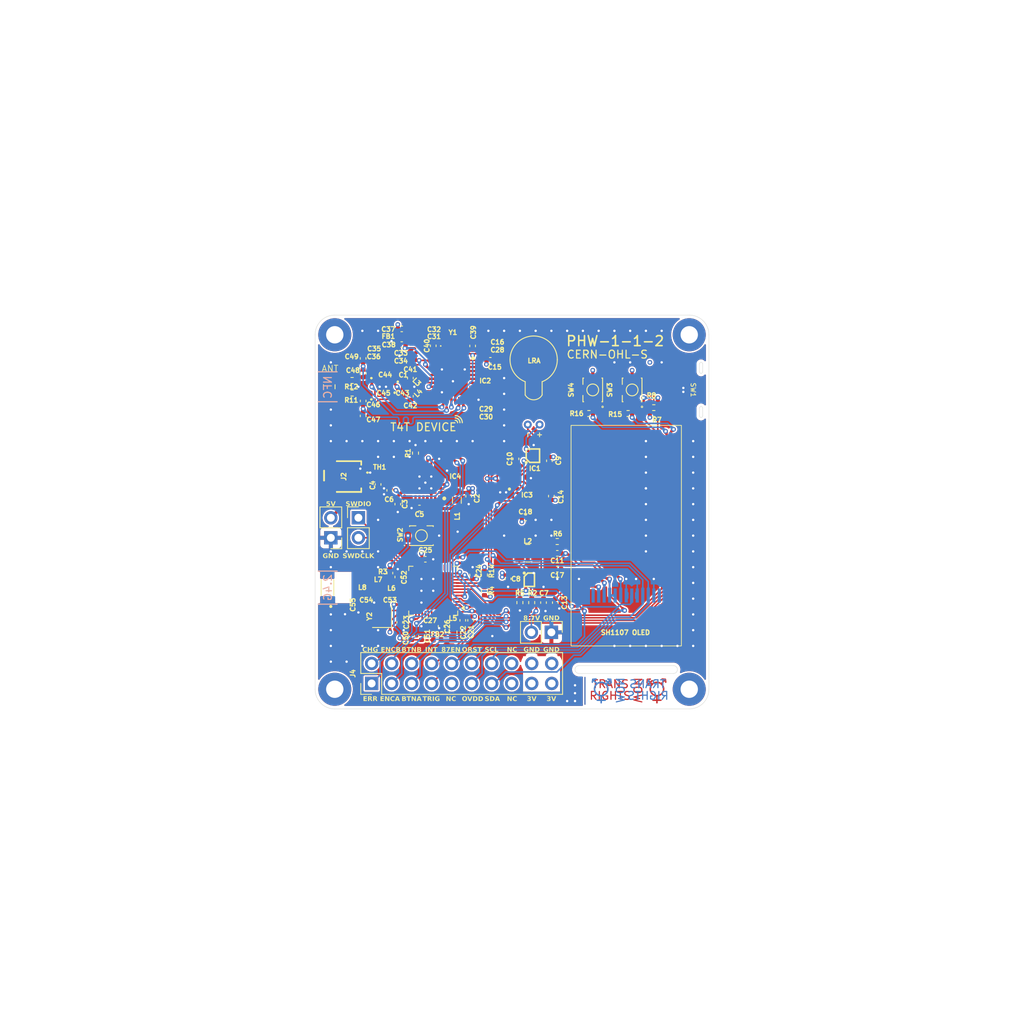
<source format=kicad_pcb>
(kicad_pcb (version 20241229) (generator "pcbnew") (generator_version "9.0")
  (layers (0 "F.Cu" signal) (4 "In1.Cu" signal "GND") (6 "In2.Cu" signal "VCC") (2 "B.Cu" signal) (13 "F.Paste" user) (15 "B.Paste" user) (5 "F.SilkS" user "F.Silkscreen") (7 "B.SilkS" user "B.Silkscreen") (1 "F.Mask" user) (3 "B.Mask" user) (25 "Edge.Cuts" user))
  (net 0 "")
  (net 1 "GND")
  (net 2 "+3.0V")
  (net 3 "VBUS")
  (net 4 "/+BAT")
  (net 5 "Net-(IC4-DEC)")
  (net 6 "/VSYS")
  (net 7 "+8.7V")
  (net 8 "Net-(IC1-REG)")
  (net 9 "OLED_VDD")
  (net 10 "Net-(ANT1-PadFEED)")
  (net 11 "/VDD_D")
  (net 12 "Net-(O1-VCOMH)")
  (net 13 "/AGDC")
  (net 14 "/VDD_A")
  (net 15 "/VDD_DR")
  (net 16 "/VDD_AM")
  (net 17 "/VDD")
  (net 18 "/XTO")
  (net 19 "/XTI")
  (net 20 "Net-(C1-Pad4)")
  (net 21 "Net-(C42-Pad1)")
  (net 22 "/RFI-")
  (net 23 "Net-(C43-Pad4)")
  (net 24 "/RFI+")
  (net 25 "Net-(C1-Pad3)")
  (net 26 "Net-(IC1-OUT+)")
  (net 27 "/DECD")
  (net 28 "LRA_TRIG")
  (net 29 "Net-(IC1-OUT-)")
  (net 30 "/DECA")
  (net 33 "BAT_ERR")
  (net 34 "Net-(IC4-NTC)")
  (net 36 "Net-(IC4-SW)")
  (net 39 "BAT_CHG")
  (net 41 "Net-(IC4-ICHG)")
  (net 44 "Net-(PS1-SW)")
  (net 45 "/RFO1")
  (net 46 "/RFO2")
  (net 47 "SH1107_RESET")
  (net 48 "Net-(O1-IREF)")
  (net 51 "+8.7V_EN")
  (net 52 "Net-(PS1-FB)")
  (net 53 "ENC_OUT_A")
  (net 54 "ENC_OUT_B")
  (net 55 "Net-(AE1-Pad2)")
  (net 56 "Net-(AE1-Pad1)")
  (net 57 "Net-(U2-NRESET)")
  (net 58 "Net-(C53-Pad2)")
  (net 59 "Net-(C54-Pad2)")
  (net 60 "TWIM_SCL")
  (net 61 "TWIM_SDA")
  (net 62 "ACCEL_INT")
  (net 63 "NFC_IRQ")
  (net 64 "BTN_A")
  (net 65 "Net-(J3-Pin_2)")
  (net 66 "BTN_B")
  (net 67 "Net-(J3-Pin_1)")
  (net 68 "/DCC")
  (net 69 "/ANT")
  (net 70 "Net-(R3-Pad2)")
  (net 80 "/AAT_PARALLEL")
  (net 81 "/AAT_SERIES")
  (net 98 "Net-(U2-XC2)")
  (net 100 "Net-(U2-XC1)")
  (footprint "Capacitor_SMD:C_0402_1005Metric" (layer "F.Cu") (at 162.1 68 90)
    (property "Reference" "C41")
    (property "Value" "620pF")
  )
  (footprint "Resistor_SMD:R_0402_1005Metric" (layer "F.Cu") (at 193 72.5)
    (property "Reference" "R7")
    (property "Value" "R10K")
  )
  (footprint "Capacitor_SMD:C_0402_1005Metric" (layer "F.Cu") (at 170 93 90)
    (property "Reference" "C24")
    (property "Value" "C0.1uF")
  )
  (footprint "Resistor_SMD:R_0402_1005Metric" (layer "F.Cu") (at 162.75 77.525 90)
    (property "Reference" "R1")
    (property "Value" "R15k")
  )
  (footprint "Capacitor_SMD:C_0402_1005Metric" (layer "F.Cu") (at 161 63.75)
    (property "Reference" "C38")
    (property "Value" "C1uF")
  )
  (footprint "rotary_enc:PUI_HD-LA0503-LW28" (layer "F.Cu") (at 177.750001 63.8 -90)
    (property "Reference" "B1" (hide yes))
    (property "Value" "HD-LA0503-LW28")
  )
  (footprint "Capacitor_SMD:C_0201_0603Metric" (layer "F.Cu") (at 155.5 96.75 90)
    (property "Reference" "C55")
    (property "Value" "C0.3pF")
  )
  (footprint "Capacitor_SMD:C_0201_0603Metric" (layer "F.Cu") (at 170.1 72.9 180)
    (property "Reference" "C30")
    (property "Value" "C10nF")
  )
  (footprint "varicap:LXRW0YV201059" (layer "F.Cu") (at 157.8 67.8)
    (property "Reference" "C44")
    (property "Value" "LXRW0YV201-059" (hide yes))
  )
  (footprint "rotary_enc:QFN50P400X400X90-25N-D" (layer "F.Cu") (at 164 81.275 180)
    (property "Reference" "IC4")
    (property "Value" "NPM1100-QDAA-R" (hide yes))
  )
  (footprint "Capacitor_SMD:C_0402_1005Metric" (layer "F.Cu") (at 158 81.5 90)
    (property "Reference" "C4")
    (property "Value" "C2.2uF")
  )
  (footprint "Capacitor_SMD:C_0402_1005Metric" (layer "F.Cu") (at 156.1 65.5 90)
    (property "Reference" "C49")
    (property "Value" "220pF")
  )
  (footprint "Connector_PinHeader_2.54mm:PinHeader_1x02_P2.54mm_Vertical" (layer "F.Cu") (at 155.5 85.725)
    (property "Reference" "J3" (hide yes))
    (property "Value" "Conn_01x02_Pin")
  )
  (footprint "beepy:Trans Rights now Front" (layer "F.Cu") (at 189.96 107.7)
    (property "Reference" "TRNSRTS" (hide yes))
    (property "Value" "Trans Rights now Front")
  )
  (footprint "varicap:LXRW0YV201059" (layer "F.Cu") (at 160.3 70.5 -90)
    (property "Reference" "C43")
    (property "Value" "LXRW0YV201-059" (hide yes))
  )
  (footprint "Capacitor_SMD:C_0402_1005Metric" (layer "F.Cu") (at 163.5 100.75 90)
    (property "Reference" "C51")
    (property "Value" "C2.2uF")
  )
  (footprint "Capacitor_SMD:C_0402_1005Metric" (layer "F.Cu") (at 156.1 70.9 90)
    (property "Reference" "C46")
    (property "Value" "10pF")
  )
  (footprint "Capacitor_SMD:C_0402_1005Metric" (layer "F.Cu") (at 176.73 85.75)
    (property "Reference" "C18")
    (property "Value" "C0.1uF")
  )
  (footprint "Capacitor_SMD:C_0402_1005Metric" (layer "F.Cu") (at 179 96.5 -90)
    (property "Reference" "C7")
    (property "Value" "C4.7uF")
  )
  (footprint "Crystal:Crystal_SMD_2016-4Pin_2.0x1.6mm" (layer "F.Cu") (at 158.5 98.25 90)
    (property "Reference" "Y2")
    (property "Value" "32MHz")
  )
  (footprint "Capacitor_SMD:C_0402_1005Metric" (layer "F.Cu") (at 159.48 82.25 90)
    (property "Reference" "C6")
    (property "Value" "C10uF")
  )
  (footprint "accel:LSM6DS3USTR" (layer "F.Cu") (at 176.873 82.838)
    (property "Reference" "IC3")
    (property "Value" "ISM330DHCXTR" (hide yes))
  )
  (footprint "Resistor_SMD:R_0402_1005Metric" (layer "F.Cu") (at 189.740001 72.5)
    (property "Reference" "R15")
    (property "Value" "R10K")
  )
  (footprint "Resistor_SMD:R_0402_1005Metric" (layer "F.Cu") (at 154.7 68.3 180)
    (property "Reference" "R12")
    (property "Value" "R1.6")
  )
  (footprint "Capacitor_SMD:C_0201_0603Metric" (layer "F.Cu") (at 170.08 71.9 180)
    (property "Reference" "C29")
    (property "Value" "C2.2uF")
  )
  (footprint "Capacitor_SMD:C_0402_1005Metric" (layer "F.Cu") (at 174.5 93.48 -90)
    (property "Reference" "C8")
    (property "Value" "C2.2uF")
  )
  (footprint "Capacitor_SMD:C_0201_0603Metric" (layer "F.Cu") (at 163.5 62.75)
    (property "Reference" "C31")
    (property "Value" "C2.2uF")
  )
  (footprint "Capacitor_SMD:C_0201_0603Metric" (layer "F.Cu") (at 162.5 64.75)
    (property "Reference" "C33")
    (property "Value" "C2.2uF")
  )
  (footprint "Capacitor_SMD:C_0402_1005Metric" (layer "F.Cu") (at 180.75 92.25)
    (property "Reference" "C17")
    (property "Value" "C4.7uF")
  )
  (footprint "rotary_enc:BGA6C40P2X3_88X123X62" (layer "F.Cu") (at 177.2 93.6)
    (property "Reference" "PS1" (hide yes))
    (property "Value" "TPS61046YFFR" (hide yes))
  )
  (footprint "Capacitor_SMD:C_0402_1005Metric" (layer "F.Cu") (at 162.25 100.75 90)
    (property "Reference" "C50")
    (property "Value" "C2.2nF")
  )
  (footprint "Inductor_SMD:L_0402_1005Metric" (layer "F.Cu") (at 163.5 70.4 -135)
    (property "Reference" "L4")
    (property "Value" "LEMC1")
  )
  (footprint "varicap:LXRW0YV201059" (layer "F.Cu") (at 157.8 70.5)
    (property "Reference" "C45")
    (property "Value" "LXRW0YV201-059" (hide yes))
  )
  (footprint "Capacitor_SMD:C_0402_1005Metric" (layer "F.Cu") (at 159.5 92.75 90)
    (property "Reference" "R3")
    (property "Value" "R1k")
  )
  (footprint "Connector_PinHeader_2.54mm:PinHeader_2x10_P2.54mm_Vertical" (layer "F.Cu") (at 157.18 106.765 90)
    (property "Reference" "J4")
    (property "Value" "Conn_02x10_Odd_Even")
  )
  (footprint "Capacitor_SMD:C_0402_1005Metric" (layer "F.Cu") (at 161 61.75 180)
    (property "Reference" "C37")
    (property "Value" "C0.1uF")
  )
  (footprint "Capacitor_SMD:C_0402_1005Metric" (layer "F.Cu") (at 160.5 93.25 -90)
    (property "Reference" "C52")
    (property "Value" "C3.9pF")
  )
  (footprint "w3008:ANTENNA_W3008" (layer "F.Cu") (at 151.575 94.585 -90)
    (property "Reference" "ANT1" (hide yes))
    (property "Value" "W3008")
  )
  (footprint "Capacitor_SMD:C_0201_0603Metric" (layer "F.Cu") (at 159 64.25)
    (property "Reference" "C35")
    (property "Value" "C2.2uF")
  )
  (footprint "Capacitor_SMD:C_0402_1005Metric" (layer "F.Cu") (at 172.25 65.75 180)
    (property "Reference" "C15")
    (property "Value" "C0.1uF")
  )
  (footprint "Capacitor_SMD:C_0201_0603Metric" (layer "F.Cu") (at 158.25 80 180)
    (property "Reference" "TH1")
    (property "Value" "NTC")
  )
  (footprint "Capacitor_SMD:C_0402_1005Metric" (layer "F.Cu") (at 160.75 99 -90)
    (property "Reference" "C23")
    (property "Value" "C0.1uF")
  )
  (footprint "Capacitor_SMD:C_0402_1005Metric" (layer "F.Cu") (at 166 99.5 -90)
    (property "Reference" "C26")
    (property "Value" "C2.2uF")
  )
  (footprint "Capacitor_SMD:C_0402_1005Metric" (layer "F.Cu") (at 156.1 67.4 90)
    (property "Reference" "C48")
    (property "Value" "10pF")
  )
  (footprint "Capacitor_SMD:C_0402_1005Metric" (layer "F.Cu") (at 170 63.92 90)
    (property "Reference" "C39")
    (property "Value" "C12pF")
  )
  (footprint "rotary_enc:XRCGB" (layer "F.Cu") (at 167.5 63.42)
    (property "Reference" "Y1")
    (property "Value" "XRCGB27M120F3M13R0" (hide yes))
  )
  (footprint "Capacitor_SMD:C_0201_0603Metric" (layer "F.Cu") (at 158.5 95.5 90)
    (property "Reference" "C53")
    (property "Value" "C1.5pF")
  )
  (footprint "Capacitor_SMD:C_0201_0603Metric" (layer "F.Cu") (at 171.5 63.4 180)
    (property "Reference" "C16")
    (property "Value" "C2.2uF")
  )
  (footprint "Resistor_SMD:R_0402_1005Metric" (layer "F.Cu") (at 171.5 95.05 90)
    (property "Reference" "R4")
    (property "Value" "R10K")
  )
  (footprint "Capacitor_SMD:C_0402_1005Metric" (layer "F.Cu") (at 169.5 83 -90)
    (property "Reference" "C2")
    (property "Value" "C10uF")
  )
  (footprint "Capacitor_SMD:C_0201_0603Metric" (layer "F.Cu") (at 163.5 61.875)
    (property "Reference" "C32")
    (property "Value" "C10nF")
  )
  (footprint "Inductor_SMD:L_1008_2520Metric" (layer "F.Cu") (at 177 90.235)
    (property "Reference" "L2")
    (property "Value" "L10uH")
  )
  (footprint "Capacitor_SMD:C_0805_2012Metric" (layer "F.Cu") (at 151.8 69.1 -90)
    (property "Reference" "AE1" (hide yes))
    (property "Value" "Antenna_Loop")
  )
  (footprint "Capacitor_SMD:C_0402_1005Metric" (layer "F.Cu") (at 169.75 98.75 90)
    (property "Reference" "C21")
    (property "Value" "C10uF")
  )
  (footprint "Capacitor_SMD:C_0402_1005Metric" (layer "F.Cu") (at 163.25 84.5)
    (property "Reference" "C5")
    (property "Value" "C10uF")
  )
  (footprint "Inductor_SMD:L_0402_1005Metric" (layer "F.Cu") (at 165.5 101.25 180)
    (property "Reference" "FB2")
    (property "Value" "FerriteBead")
  )
  (footprint "Inductor_SMD:L_0402_1005Metric" (layer "F.Cu") (at 161 62.75)
    (property "Reference" "FB1")
    (property "Value" "FerriteBead")
  )
  (footprint "beepy:Trans Rights now Back" (layer "F.Cu") (at 189.7625 107.7)
    (property "Reference" "TRNSRTS" (hide yes))
    (property "Value" "Trans Rights now Back")
  )
  (footprint "Capacitor_SMD:C_0201_0603Metric" (layer "F.Cu") (at 171.5 64.4 180)
    (property "Reference" "C28")
    (property "Value" "C10nF")
  )
  (footprint "Resistor_SMD:R_0402_1005Metric" (layer "F.Cu") (at 180.740001 88.75 180)
    (property "Reference" "R6")
    (property "Value" "R510K")
  )
  (footprint "Inductor_SMD:L_0201_0603Metric" (layer "F.Cu") (at 156 95.25 180)
    (property "Reference" "L8")
    (property "Value" "L3.5nH")
  )
  (footprint "Resistor_SMD:R_0402_1005Metric" (layer "F.Cu") (at 176 96.5 90)
    (property "Reference" "R5")
    (property "Value" "R75K")
  )
  (footprint "Inductor_SMD:L_0201_0603Metric" (layer "F.Cu") (at 159.7 95.25 180)
    (property "Reference" "L6")
    (property "Value" "L2.7nH")
  )
  (footprint "buttons:SW_B3U-1100P" (layer "F.Cu") (at 185.25 69.5 -90)
    (property "Reference" "SW4")
    (property "Value" "SW_Push")
  )
  (footprint "Capacitor_SMD:C_0402_1005Metric" (layer "F.Cu") (at 156.1 72.8 90)
    (property "Reference" "C47")
    (property "Value" "220pF")
  )
  (footprint "Connector_PinHeader_2.54mm:PinHeader_1x02_P2.54mm_Vertical" (layer "F.Cu") (at 180 100.275 -90)
    (property "Reference" "J6" (hide yes))
    (property "Value" "Conn_01x02_Pin")
  )
  (footprint "Capacitor_SMD:C_0402_1005Metric" (layer "F.Cu") (at 165 63.9 90)
    (property "Reference" "C40")
    (property "Value" "C12pF")
  )
  (footprint "buttons:SW_B3U-1100P" (layer "F.Cu") (at 190.25 69.5 -90)
    (property "Reference" "SW3")
    (property "Value" "SW_Push")
  )
  (footprint "Capacitor_SMD:C_0402_1005Metric" (layer "F.Cu") (at 175.5 78.25 90)
    (property "Reference" "C10")
    (property "Value" "C0.1uF")
  )
  (footprint "Capacitor_SMD:C_0201_0603Metric" (layer "F.Cu") (at 162.5 65.75)
    (property "Reference" "C34")
    (property "Value" "C10nF")
  )
  (footprint "Capacitor_SMD:C_0402_1005Metric" (layer "F.Cu") (at 160.5 84 -90)
    (property "Reference" "C3")
    (property "Value" "C2.2uF")
  )
  (footprint "buttons:SW_B3U-1100P" (layer "F.Cu") (at 163.5 88 180)
    (property "Reference" "SW2")
    (property "Value" "SW_Push")
  )
  (footprint "nfc:QFN50P500X500X60-33N-D" (layer "F.Cu") (at 167.55 68.35 -90)
    (property "Reference" "IC2")
    (property "Value" "ST25R3916B-AQET" (hide yes))
  )
  (footprint "rotary_enc:2121340002" (layer "F.Cu") (at 153.5 80.5 -90)
    (property "Reference" "J2")
    (property "Value" "212134-0002" (hide yes))
  )
  (footprint "Capacitor_SMD:C_0402_1005Metric" (layer "F.Cu") (at 180 82.98 90)
    (property "Reference" "C14")
    (property "Value" "C0.1uF")
  )
  (footprint "Capacitor_SMD:C_0201_0603Metric" (layer "F.Cu") (at 157.5 95.5 90)
    (property "Reference" "C54")
    (property "Value" "C2.0pF")
  )
  (footprint "Inductor_SMD:L_0201_0603Metric" (layer "F.Cu") (at 158 94.175 180)
    (property "Reference" "L7")
    (property "Value" "L3.5nH")
  )
  (footprint "Capacitor_SMD:C_0402_1005Metric" (layer "F.Cu") (at 180.5 96.5 -90)
    (property "Reference" "C13")
    (property "Value" "C4.7uF")
  )
  (footprint "Connector_PinHeader_2.54mm:PinHeader_1x02_P2.54mm_Vertical" (layer "F.Cu") (at 152 88.275 180)
    (property "Reference" "J5" (hide yes))
    (property "Value" "Conn_01x02_Pin")
  )
  (footprint "Resistor_SMD:R_0402_1005Metric" (layer "F.Cu") (at 171.5 93 -90)
    (property "Reference" "R14")
    (property "Value" "R10K")
  )
  (footprint "Capacitor_SMD:C_0402_1005Metric" (layer "F.Cu") (at 168.75 98.75 -90)
    (property "Reference" "C22")
    (property "Value" "C0.1uF")
  )
  (footprint "rotary_enc:P0.7_FPC" (layer "F.Cu") (at 189.5 96.5)
    (property "Reference" "O1" (hide yes))
    (property "Value" "~")
  )
  (footprint "Inductor_SMD:L_0402_1005Metric" (layer "F.Cu") (at 163.5 67.9 135)
    (property "Reference" "L3")
    (property "Value" "LEMC1")
  )
  (footprint "Capacitor_SMD:C_0402_1005Metric" (layer "F.Cu") (at 179.75 78.5 90)
    (property "Reference" "C9")
    (property "Value" "C0.1uF")
  )
  (footprint "Inductor_SMD:L_0805_2012Metric" (layer "F.Cu") (at 168 83.5 -90)
    (property "Reference" "L1")
    (property "Value" "L2.2uH")
  )
  (footprint "Resistor_SMD:R_0402_1005Metric" (layer "F.Cu") (at 193 71)
    (property "Reference" "R8")
    (property "Value" "R10K")
  )
  (footprint "Capacitor_SMD:C_0201_0603Metric" (layer "F.Cu") (at 164.5 99.25)
    (property "Reference" "C27")
    (property "Value" "C10nF")
  )
  (footprint "Resistor_SMD:R_0402_1005Metric" (layer "F.Cu") (at 184.76 72.5)
    (property "Reference" "R16")
    (property "Value" "R10K")
  )
  (footprint "Capacitor_SMD:C_0402_1005Metric" (layer "F.Cu") (at 180.75 90.25)
    (property "Reference" "C11")
    (property "Value" "C4.7uF")
  )
  (footprint "Capacitor_SMD:C_0201_0603Metric" (layer "F.Cu") (at 159 65.25)
    (property "Reference" "C36")
    (property "Value" "C10nF")
  )
  (footprint "Resistor_SMD:R_0402_1005Metric" (layer "F.Cu") (at 154.7 69.9 180)
    (property "Reference" "R11")
    (property "Value" "R1.6")
  )
  (footprint "Inductor_SMD:L_0603_1608Metric" (layer "F.Cu") (at 167.5 100.25 -90)
    (property "Reference" "L5")
    (property "Value" "L4.7uH")
  )
  (footprint "Resistor_SMD:R_0402_1005Metric" (layer "F.Cu") (at 177.5 96.5 90)
    (property "Reference" "R2")
    (property "Value" "R750K")
  )
  (footprint "Package_DFN_QFN:QFN-48-1EP_6x6mm_P0.4mm_EP4.6x4.6mm" (layer "F.Cu") (at 165 95 180)
    (property "Reference" "U2" (hide yes))
    (property "Value" "NRF54L15-QFAA-R")
  )
  (footprint "rotary_enc:alps_ec05e" (layer "F.Cu") (at 195 69.5 -90)
    (property "Reference" "SW1")
    (property "Value" "RotaryEncoder")
    (fp_line (start -3.3 -3.8) (end -2.3 -3.8) (stroke (width 0.05)) (layer "Edge.Cuts"))
    (fp_line (start 3.3 -3.8) (end 2.3 -3.8) (stroke (width 0.05)) (layer "Edge.Cuts"))
    (fp_line (start -3.3 -4.2) (end -2.3 -4.2) (stroke (width 0.05)) (layer "Edge.Cuts"))
    (fp_line (start 3.3 -4.2) (end 2.3 -4.2) (stroke (width 0.05)) (layer "Edge.Cuts"))
    (fp_arc (start -3.3 -3.8) (mid -3.5 -4) (end -3.3 -4.2) (stroke (width 0.05)) (layer "Edge.Cuts"))
    (fp_arc (start 2.3 -3.8) (mid 2.1 -4) (end 2.3 -4.2) (stroke (width 0.05)) (layer "Edge.Cuts"))
    (fp_arc (start -2.3 -4.2) (mid -2.1 -4) (end -2.3 -3.8) (stroke (width 0.05)) (layer "Edge.Cuts"))
    (fp_arc (start 3.3 -4.2) (mid 3.5 -4) (end 3.3 -3.8) (stroke (width 0.05)) (layer "Edge.Cuts"))
  )
  (footprint "lra_driver:BGA9C40P3X3_147X133X62" (layer "F.Cu") (at 177.65 77.85 90)
    (property "Reference" "IC1")
    (property "Value" "DRV2625YFFR" (hide yes))
  )
  (footprint "varicap:LXRW0YV201059" (layer "F.Cu") (at 160.3 67.8 90)
    (property "Reference" "C1")
    (property "Value" "LXRW0YV201-059" (hide yes))
  )
  (footprint "Capacitor_SMD:C_0402_1005Metric" (layer "F.Cu") (at 162.1 70.3 90)
    (property "Reference" "C42")
    (property "Value" "620pF")
  )
  (footprint "Capacitor_SMD:C_0402_1005Metric" (layer "F.Cu") (at 164 91)
    (property "Reference" "C25")
    (property "Value" "C0.1uF")
  )
  (gr_arc (start 167.787868 73.061396) (mid 168.212132 73.237132) (end 168.387868 73.661396) (stroke (width 0.15)) (layer "F.SilkS"))
  (gr_arc (start 167.787868 72.761396) (mid 168.424264 73.025) (end 168.687868 73.661396) (stroke (width 0.15)) (layer "F.SilkS"))
  (gr_arc (start 167.787868 73.361396) (mid 168 73.449264) (end 168.087868 73.661396) (stroke (width 0.15)) (layer "F.SilkS"))
  (gr_rect (start 182.5 74) (end 196.5 102) (stroke (width 0.1)) (fill no) (layer "F.SilkS"))
  (gr_line (start 150.4 71) (end 152.8 71) (stroke (width 0.15)) (layer "B.SilkS"))
  (gr_line (start 150.4 92.5) (end 152.8 92.5) (stroke (width 0.15)) (layer "B.SilkS"))
  (gr_line (start 150.4 67.2) (end 152.8 67.2) (stroke (width 0.15)) (layer "B.SilkS"))
  (gr_line (start 150.399999 96.7) (end 152.8 96.7) (stroke (width 0.15)) (layer "B.SilkS"))
  (gr_arc (start 150 62.5) (mid 150.732233 60.732233) (end 152.5 60) (stroke (width 0.05)) (layer "Edge.Cuts"))
  (gr_line (start 150 62.5) (end 150 107.5) (stroke (width 0.05)) (layer "Edge.Cuts"))
  (gr_arc (start 183.5 105.5) (mid 183 105) (end 183.5 104.5) (stroke (width 0.05)) (layer "Edge.Cuts"))
  (gr_line (start 200 107.5) (end 200 62.5) (stroke (width 0.05)) (layer "Edge.Cuts"))
  (gr_line (start 195.5 105.5) (end 183.5 105.5) (stroke (width 0.05)) (layer "Edge.Cuts"))
  (gr_arc (start 197.5 60) (mid 199.267767 60.732233) (end 200 62.5) (stroke (width 0.05)) (layer "Edge.Cuts"))
  (gr_line (start 152.5 110) (end 197.5 110) (stroke (width 0.05)) (layer "Edge.Cuts"))
  (gr_line (start 197.5 60) (end 152.5 60) (stroke (width 0.05)) (layer "Edge.Cuts"))
  (gr_line (start 183.5 104.5) (end 195.5 104.5) (stroke (width 0.05)) (layer "Edge.Cuts"))
  (gr_arc (start 195.5 104.5) (mid 196 105) (end 195.5 105.5) (stroke (width 0.05)) (layer "Edge.Cuts"))
  (gr_arc (start 200 107.5) (mid 199.267767 109.267767) (end 197.5 110) (stroke (width 0.05)) (layer "Edge.Cuts"))
  (gr_arc (start 152.5 110) (mid 150.732233 109.267767) (end 150 107.5) (stroke (width 0.05)) (layer "Edge.Cuts"))
  (gr_text "INT" (at 164.75 102.5 0) (layer "F.SilkS") (effects (font (size 0.6 0.6))))
  (gr_text "SWDIO" (at 155.5 84 0) (layer "F.SilkS") (effects (font (size 0.6 0.6))))
  (gr_text "NC" (at 167.25 108.75 0) (layer "F.SilkS") (effects (font (size 0.6 0.6))))
  (gr_text "SWDCLK" (at 155.5 90.6 0) (layer "F.SilkS") (effects (font (size 0.6 0.6))))
  (gr_text "BTNA" (at 162.25 108.75 0) (layer "F.SilkS") (effects (font (size 0.6 0.6))))
  (gr_text "SDA" (at 172.5 108.75 0) (layer "F.SilkS") (effects (font (size 0.6 0.6))))
  (gr_text "ENCA" (at 159.5 108.75 0) (layer "F.SilkS") (effects (font (size 0.6 0.6))))
  (gr_text "TRIG" (at 164.75 108.75 0) (layer "F.SilkS") (effects (font (size 0.6 0.6))))
  (gr_text "ENCB" (at 159.6 102.5 0) (layer "F.SilkS") (effects (font (size 0.6 0.6))))
  (gr_text "CHG" (at 157 102.5 0) (layer "F.SilkS") (effects (font (size 0.6 0.6))))
  (gr_text "NC" (at 175 102.5 0) (layer "F.SilkS") (effects (font (size 0.6 0.6))))
  (gr_text "8.7V" (at 177.5 98.5 0) (layer "F.SilkS") (effects (font (size 0.6 0.6))))
  (gr_text "GND" (at 180 102.5 0) (layer "F.SilkS") (effects (font (size 0.6 0.6))))
  (gr_text "3V" (at 180 108.75 0) (layer "F.SilkS") (effects (font (size 0.6 0.6))))
  (gr_text "3V" (at 177.5 108.75 0) (layer "F.SilkS") (effects (font (size 0.6 0.6))))
  (gr_text "OVDD" (at 170 108.75 0) (layer "F.SilkS") (effects (font (size 0.6 0.6))))
  (gr_text "GND" (at 177.5 102.5 0) (layer "F.SilkS") (effects (font (size 0.6 0.6))))
  (gr_text "ORST" (at 169.9 102.5 0) (layer "F.SilkS") (effects (font (size 0.6 0.6))))
  (gr_text "ERR" (at 157 108.75 0) (layer "F.SilkS") (effects (font (size 0.6 0.6))))
  (gr_text "ANT" (at 151.9 66.8 0) (layer "F.SilkS") (effects (font (size 0.8 0.8) (thickness 0.1))))
  (gr_text "GND" (at 152 90.6 0) (layer "F.SilkS") (effects (font (size 0.6 0.6))))
  (gr_text "SH1107 OLED" (at 189.4 100.3 0) (layer "F.SilkS") (effects (font (size 0.6 0.6) (thickness 0.15) (bold yes))))
  (gr_text "87EN" (at 167.25 102.5 0) (layer "F.SilkS") (effects (font (size 0.6 0.6))))
  (gr_text "T4T DEVICE" (at 163.75 74.225 0) (layer "F.SilkS") (effects (font (size 1 1))))
  (gr_text "5V" (at 152 84 0) (layer "F.SilkS") (effects (font (size 0.6 0.6))))
  (gr_text "LRA" (at 177.8 65.8 0) (layer "F.SilkS") (effects (font (size 0.6 0.6) (thickness 0.15) (bold yes))))
  (gr_text "NC" (at 175 108.75 0) (layer "F.SilkS") (effects (font (size 0.6 0.6))))
  (gr_text "GND" (at 180 98.5 0) (layer "F.SilkS") (effects (font (size 0.6 0.6))))
  (gr_text "BTNB" (at 162.25 102.5 0) (layer "F.SilkS") (effects (font (size 0.6 0.6))))
  (gr_text "CERN-OHL-S" (at 187.1 65 0) (layer "F.SilkS") (effects (font (size 1 1))))
  (gr_text "PHW-1-1-2" (at 188.1 63.3 0) (layer "F.SilkS") (effects (font (size 1.27 1.27) (thickness 0.2))))
  (gr_text "SCL" (at 172.4 102.5 0) (layer "F.SilkS") (effects (font (size 0.6 0.6))))
  (gr_text "NFC" (at 152.2 67.6 90) (layer "B.SilkS") (effects (font (size 1 1)) (justify left bottom mirror)))
  (gr_text "2.4G" (at 152.199999 92.8 90) (layer "B.SilkS") (effects (font (size 1 1)) (justify left bottom mirror)))
  (via (at 197.5 62.5) (size 4.2) (drill 2.2) (layers "F.Cu" "B.Cu") (net 0))
  (via (at 152.5 62.5) (size 4.2) (drill 2.2) (layers "F.Cu" "B.Cu") (net 0))
  (via (at 197.5 107.5) (size 4.2) (drill 2.2) (layers "F.Cu" "B.Cu") (net 0))
  (via (at 152.5 107.5) (size 4.2) (drill 2.2) (layers "F.Cu" "B.Cu") (net 0))
  (segment (start 167.8 68.6) (end 167.55 68.35) (width 0.2) (layer "F.Cu") (net 1))
  (segment (start 178.955 96.98) (end 179.25 97.275) (width 0.2) (layer "F.Cu") (net 1))
  (segment (start 161.62 68) (end 160.5 68) (width 0.2) (layer "F.Cu") (net 1))
  (segment (start 162.1 69.1) (end 162.35 69.35) (width 0.254) (layer "F.Cu") (net 1))
  (segment (start 165.6 97.95) (end 165.6 95.6) (width 0.2) (layer "F.Cu") (net 1))
  (segment (start 164.4 95.6) (end 165 95) (width 0.2) (layer "F.Cu") (net 1))
  (segment (start 159.48 82.73) (end 158.77 82.73) (width 0.2) (layer "F.Cu") (net 1))
  (segment (start 162.36 68.74) (end 162.1 68.48) (width 0.254) (layer "F.Cu") (net 1))
  (segment (start 162.6 69.1) (end 162.6 68.98) (width 0.254) (layer "F.Cu") (net 1))
  (segment (start 177.75 76.5) (end 177.65 76.6) (width 0.2) (layer "F.Cu") (net 1))
  (segment (start 157.344 70.7) (end 157.6 70.7) (width 0.2) (layer "F.Cu") (net 1))
  (segment (start 180.975 97.275) (end 181 97.25) (width 0.2) (layer "F.Cu") (net 1))
  (segment (start 158 68.9) (end 158.2 69.1) (width 0.2) (layer "F.Cu") (net 1))
  (segment (start 155.74 79.5) (end 155.74 80) (width 0.2) (layer "F.Cu") (net 1))
  (segment (start 166.8 67.6) (end 167.55 68.35) (width 0.2) (layer "F.Cu") (net 1))
  (segment (start 161.25 100) (end 161.25 99.98) (width 0.2) (layer "F.Cu") (net 1))
  (segment (start 162.1 69.82) (end 162.1 69.6) (width 0.254) (layer "F.Cu") (net 1))
  (segment (start 178.75 96.98) (end 178.955 96.98) (width 0.2) (layer "F.Cu") (net 1))
  (segment (start 174.5 96.4) (end 174.5 94.5) (width 0.2) (layer "F.Cu") (net 1))
  (segment (start 163.5 100.27) (end 163.5 99.5) (width 0.2) (layer "F.Cu") (net 1))
  (segment (start 167.3 68.1) (end 165.1 68.1) (width 0.2) (layer "F.Cu") (net 1))
  (segment (start 158.75 82) (end 158.75 82.75) (width 0.2) (layer "F.Cu") (net 1))
  (segment (start 167.55 68.35) (end 167.3 68.1) (width 0.2) (layer "F.Cu") (net 1))
  (segment (start 174.662 82.088) (end 175.71 82.088) (width 0.2) (layer "F.Cu") (net 1))
  (segment (start 175.109999 97.009999) (end 174.5 96.4) (width 0.2) (layer "F.Cu") (net 1))
  (segment (start 158.2 70.1) (end 158 70.3) (width 0.2) (layer "F.Cu") (net 1))
  (segment (start 158.77 82.73) (end 158.75 82.75) (width 0.2) (layer "F.Cu") (net 1))
  (segment (start 162.1 68.48) (end 162.1 69.82) (width 0.254) (layer "F.Cu") (net 1))
  (segment (start 157 80) (end 157.93 80) (width 0.2) (layer "F.Cu") (net 1))
  (segment (start 158.2 69.1) (end 158.2 70.1) (width 0.2) (layer "F.Cu") (net 1))
  (segment (start 162.35 69.35) (end 162.6 69.1) (width 0.254) (layer "F.Cu") (net 1))
  (segment (start 162.05 95.6) (end 164.4 95.6) (width 0.2) (layer "F.Cu") (net 1))
  (segment (start 177.373 83.75) (end 176.873 83.75) (width 0.2) (layer "F.Cu") (net 1))
  (segment (start 159 69.1) (end 158.2 69.1) (width 0.2) (layer "F.Cu") (net 1))
  (segment (start 179.548 97.275) (end 179.5365 97.2865) (width 0.2) (layer "F.Cu") (net 1))
  (segment (start 170.75 69.725) (end 170.75 70.75) (width 0.2) (layer "F.Cu") (net 1))
  (segment (start 162.6 69.1) (end 162.5 69.1) (width 0.254) (layer "F.Cu") (net 1))
  (segment (start 162.6 69.1) (end 162.1 69.1) (width 0.254) (layer "F.Cu") (net 1))
  (segment (start 178.036 82.588) (end 178.036 82.088) (width 0.2) (layer "F.Cu") (net 1))
  (segment (start 177.65 76.6) (end 177.65 77.45) (width 0.2) (layer "F.Cu") (net 1))
  (segment (start 162.1 69) (end 162.25 68.85) (width 0.254) (layer "F.Cu") (net 1))
  (segment (start 162.25 68.85) (end 162.36 68.74) (width 0.254) (layer "F.Cu") (net 1))
  (segment (start 169.75 99.23) (end 168.75 99.23) (width 0.2) (layer "F.Cu") (net 1))
  (segment (start 158 81.98) (end 158.73 81.98) (width 0.2) (layer "F.Cu") (net 1))
  (segment (start 160.5 63.77) (end 160.52 63.75) (width 0.2) (layer "F.Cu") (net 1))
  (segment (start 180.25 97.275) (end 180.975 97.275) (width 0.2) (layer "F.Cu") (net 1))
  (segment (start 160.7 65.2) (end 160.5 65) (width 0.2) (layer "F.Cu") (net 1))
  (segment (start 162.1 68.48) (end 162.1 69.1) (width 0.254) (layer "F.Cu") (net 1))
  (segment (start 170 69.6) (end 170.625 69.6) (width 0.2) (layer "F.Cu") (net 1))
  (segment (start 159.7 63.3) (end 160.07 63.3) (width 0.2) (layer "F.Cu") (net 1))
  (segment (start 165.6 95.6) (end 165 95) (width 0.2) (layer "F.Cu") (net 1))
  (segment (start 179.25 97.573) (end 179.25 97.48) (width 0.2) (layer "F.Cu") (net 1))
  (segment (start 171.9 62.1) (end 172 62) (width 0.2) (layer "F.Cu") (net 1))
  (segment (start 160.07 63.3) (end 160.52 63.75) (width 0.2) (layer "F.Cu") (net 1))
  (segment (start 160.5 65) (end 160.5 63.77) (width 0.2) (layer "F.Cu") (net 1))
  (segment (start 162.1 68.48) (end 161.62 68) (width 0.2) (layer "F.Cu") (net 1))
  (segment (start 156.2 69.556) (end 157.344 70.7) (width 0.2) (layer "F.Cu") (net 1))
  (segment (start 162.5 69.1) (end 162.25 68.85) (width 0.254) (layer "F.Cu") (net 1))
  (segment (start 162.1 69.6) (end 162.35 69.35) (width 0.254) (layer "F.Cu") (net 1))
  (segment (start 163.25 79.275) (end 163.298 79.227) (width 0.2) (layer "F.Cu") (net 1))
  (segment (start 165.25 79.275) (end 165.25 78.75) (width 0.2) (layer "F.Cu") (net 1))
  (segment (start 161.375 95.6) (end 161.2 95.775) (width 0.2) (layer "F.Cu") (net 1))
  (segment (start 180.25 97.275) (end 179.25 97.275) (width 0.2) (layer "F.Cu") (net 1))
  (segment (start 166 80.025) (end 166.475 80.025) (width 0.2) (layer "F.Cu") (net 1))
  (segment (start 163.298 79.227) (end 163.298 77.563001) (width 0.2) (layer "F.Cu") (net 1))
  (segment (start 177.75 92.75) (end 177.75 92.85) (width 0.2) (layer "F.Cu") (net 1))
  (segment (start 162.05 95.6) (end 161.432156 95.6) (width 0.2) (layer "F.Cu") (net 1))
  (segment (start 158 68) (end 158 68.9) (width 0.2) (layer "F.Cu") (net 1))
  (segment (start 157 80) (end 155.74 80) (width 0.2) (layer "F.Cu") (net 1))
  (segment (start 162.6 68.98) (end 162.36 68.74) (width 0.254) (layer "F.Cu") (net 1))
  (segment (start 161.432156 95.6) (end 161.375 95.6) (width 0.2) (layer "F.Cu") (net 1))
  (segment (start 176 97.009999) (end 175.109999 97.009999) (width 0.2) (layer "F.Cu") (net 1))
  (segment (start 174.25 82.5) (end 174.662 82.088) (width 0.2) (layer "F.Cu") (net 1))
  (segment (start 166 80.525) (end 166 80.025) (width 0.2) (layer "F.Cu") (net 1))
  (segment (start 165.25 78.75) (end 165.75 78.25) (width 0.2) (layer "F.Cu") (net 1))
  (segment (start 166.8 65.9) (end 166.8 67.6) (width 0.2) (layer "F.Cu") (net 1))
  (segment (start 180.25 97.275) (end 179.548 97.275) (width 0.2) (layer "F.Cu") (net 1))
  (segment (start 166.475 80.025) (end 166.75 79.75) (width 0.2) (layer "F.Cu") (net 1))
  (segment (start 179.25 97.48) (end 178.75 96.98) (width 0.2) (layer "F.Cu") (net 1))
  (segment (start 164.75 83.275) (end 164.75 82.025) (width 0.2) (layer "F.Cu") (net 1))
  (segment (start 155.5 69.1) (end 155.956 69.556) (width 0.2) (layer "F.Cu") (net 1))
  (segment (start 177.75 92.85) (end 177.4 93.2) (width 0.2) (layer "F.Cu") (net 1))
  (segment (start 158.73 81.98) (end 158.75 82) (width 0.2) (layer "F.Cu") (net 1))
  (segment (start 157.98 82) (end 158 81.98) (width 0.2) (layer "F.Cu") (net 1))
  (segment (start 179.5365 97.2865) (end 179.25 97.573) (width 0.2) (layer "F.Cu") (net 1))
  (segment (start 157.6 68) (end 158 68) (width 0.2) (layer "F.Cu") (net 1))
  (segment (start 164.75 82.025) (end 164 81.275) (width 0.2) (layer "F.Cu") (net 1))
  (segment (start 179.23 96.98) (end 179.5365 97.2865) (width 0.2) (layer "F.Cu") (net 1))
  (segment (start 162.1 69.82) (end 162.1 69) (width 0.254) (layer "F.Cu") (net 1))
  (segment (start 163.298 77.563001) (end 162.75 77.015001) (width 0.2) (layer "F.Cu") (net 1))
  (segment (start 165 91) (end 164.48 91) (width 0.2) (layer "F.Cu") (net 1))
  (segment (start 178.75 96.98) (end 179.23 96.98) (width 0.2) (layer "F.Cu") (net 1))
  (segment (start 161.25 99.98) (end 160.75 99.48) (width 0.2) (layer "F.Cu") (net 1))
  (segment (start 155.956 69.556) (end 156.2 69.556) (width 0.2) (layer "F.Cu") (net 1))
  (segment (start 170.625 69.6) (end 170.75 69.725) (width 0.2) (layer "F.Cu") (net 1))
  (segment (start 167.8 70.8) (end 167.8 68.6) (width 0.2) (layer "F.Cu") (net 1))
  (via (at 158 100) (size 0.6) (drill 0.3) (layers "F.Cu" "B.Cu") (net 1))
  (via (at 158.75 82) (size 0.6) (drill 0.3) (layers "F.Cu" "B.Cu") (net 1))
  (via (at 183 107) (size 0.6) (drill 0.3) (layers "F.Cu" "B.Cu") (net 1))
  (via (at 162 76) (size 0.6) (drill 0.3) (layers "F.Cu" "B.Cu") (net 1))
  (via (at 152 66) (size 0.6) (drill 0.3) (layers "F.Cu" "B.Cu") (net 1))
  (via (at 164.75 80.5) (size 0.6) (drill 0.3) (layers "F.Cu" "B.Cu") (net 1))
  (via (at 165 91) (size 0.6) (drill 0.3) (layers "F.Cu" "B.Cu") (net 1))
  (via (at 182 109) (size 0.6) (drill 0.3) (layers "F.Cu" "B.Cu") (net 1))
  (via (at 163.5 93.5) (size 0.6) (drill 0.3) (layers "F.Cu" "B.Cu") (padstack (mode front_inner_back) (layer "Inner" (size 0.6)) (layer "B.Cu" (size 0.6))) (net 1))
  (via (at 172.5 100.75) (size 0.6) (drill 0.3) (layers "F.Cu" "B.Cu") (net 1))
  (via (at 198 88) (size 0.6) (drill 0.3) (layers "F.Cu" "B.Cu") (net 1))
  (via (at 156 102) (size 0.6) (drill 0.3) (layers "F.Cu" "B.Cu") (net 1))
  (via (at 178 86) (size 0.6) (drill 0.3) (layers "F.Cu" "B.Cu") (net 1))
  (via (at 152 76) (size 0.6) (drill 0.3) (layers "F.Cu" "B.Cu") (net 1))
  (via (at 182 62) (size 0.6) (drill 0.3) (layers "F.Cu" "B.Cu") (net 1))
  (via (at 180.75 93.5) (size 0.6) (drill 0.3) (layers "F.Cu" "B.Cu") (net 1))
  (via (at 174 74) (size 0.6) (drill 0.3) (layers "F.Cu" "B.Cu") (net 1))
  (via (at 190 66) (size 0.6) (drill 0.3) (layers "F.Cu" "B.Cu") (net 1))
  (via (at 157 80) (size 0.6) (drill 0.3) (layers "F.Cu" "B.Cu") (net 1))
  (via (at 152 100) (size 0.6) (drill 0.3) (layers "F.Cu" "B.Cu") (net 1))
  (via (at 192 62) (size 0.6) (drill 0.3) (layers "F.Cu" "B.Cu") (net 1))
  (via (at 166.1 66.9) (size 0.6) (drill 0.3) (layers "F.Cu" "B.Cu") (net 1))
  (via (at 158.75 82.75) (size 0.6) (drill 0.3) (layers "F.Cu" "B.Cu") (net 1))
  (via (at 152 74) (size 0.6) (drill 0.3) (layers "F.Cu" "B.Cu") (net 1))
  (via (at 173.5 82.5) (size 0.6) (drill 0.3) (layers "F.Cu" "B.Cu") (net 1))
  (via (at 159.7 63.3) (size 0.6) (drill 0.3) (layers "F.Cu" "B.Cu") (net 1))
  (via (at 196.75 69.75) (size 0.6) (drill 0.3) (layers "F.Cu" "B.Cu") (net 1))
  (via (at 162 78) (size 0.6) (drill 0.3) (layers "F.Cu" "B.Cu") (net 1))
  (via (at 177.75 92.75) (size 0.6) (drill 0.3) (layers "F.Cu" "B.Cu") (net 1))
  (via (at 178 88) (size 0.6) (drill 0.3) (layers "F.Cu" "B.Cu") (net 1))
  (via (at 162.25 84.5) (size 0.6) (drill 0.3) (layers "F.Cu" "B.Cu") (net 1))
  (via (at 168.7 99.973) (size 0.6) (drill 0.3) (layers "F.Cu" "B.Cu") (padstack (mode front_inner_back) (layer "Inner" (size 0.6)) (layer "B.Cu" (size 0.6))) (net 1))
  (via (at 152 98) (size 0.6) (drill 0.3) (layers "F.Cu" "B.Cu") (net 1))
  (via (at 159 69.1) (size 0.6) (drill 0.3) (layers "F.Cu" "B.Cu") (net 1))
  (via (at 156 62) (size 0.6) (drill 0.3) (layers "F.Cu" "B.Cu") (net 1))
  (via (at 196.75 69.25) (size 0.6) (drill 0.3) (layers "F.Cu" "B.Cu") (net 1))
  (via (at 157.5 96.5) (size 0.6) (drill 0.3) (layers "F.Cu" "B.Cu") (padstack (mode front_inner_back) (layer "Inner" (size 0.6)) (layer "B.Cu" (size 0.6))) (net 1))
  (via (at 155.5 69.1) (size 0.6) (drill 0.3) (layers "F.Cu" "B.Cu") (net 1))
  (via (at 152 90) (size 0.6) (drill 0.3) (layers "F.Cu" "B.Cu") (net 1))
  (via (at 158 92) (size 0.6) (drill 0.3) (layers "F.Cu" "B.Cu") (net 1))
  (via (at 160 78) (size 0.6) (drill 0.3) (layers "F.Cu" "B.Cu") (net 1))
  (via (at 198 78) (size 0.6) (drill 0.3) (layers "F.Cu" "B.Cu") (net 1))
  (via (at 168 76) (size 0.6) (drill 0.3) (layers "F.Cu" "B.Cu") (net 1))
  (via (at 174.25 82.5) (size 0.6) (drill 0.3) (layers "F.Cu" "B.Cu") (net 1))
  (via (at 154 76) (size 0.6) (drill 0.3) (layers "F.Cu" "B.Cu") (net 1))
  (via (at 181 97.25) (size 0.6) (drill 0.3) (layers "F.Cu" "B.Cu") (net 1))
  (via (at 155.74 79.5) (size 0.6) (drill 0.3) (layers "F.Cu" "B.Cu") (net 1))
  (via (at 165.75 78.25) (size 0.6) (drill 0.3) (layers "F.Cu" "B.Cu") (net 1))
  (via (at 198 98) (size 0.6) (drill 0.3) (layers "F.Cu" "B.Cu") (net 1))
  (via (at 188 102) (size 0.6) (drill 0.3) (layers "F.Cu" "B.Cu") (net 1))
  (via (at 152 72) (size 0.6) (drill 0.3) (layers "F.Cu" "B.Cu") (net 1))
  (via (at 162.75 76.5) (size 0.6) (drill 0.3) (layers "F.Cu" "B.Cu") (net 1))
  (via (at 154 90) (size 0.6) (drill 0.3) (layers "F.Cu" "B.Cu") (net 1))
  (via (at 156 90) (size 0.6) (drill 0.3) (layers "F.Cu" "B.Cu") (net 1))
  (via (at 174 62) (size 0.6) (drill 0.3) (layers "F.Cu" "B.Cu") (net 1))
  (via (at 174 70) (size 0.6) (drill 0.3) (layers "F.Cu" "B.Cu") (net 1))
  (via (at 163.25 82) (size 0.6) (drill 0.3) (layers "F.Cu" "B.Cu") (net 1))
  (via (at 179 94.5) (size 0.6) (drill 0.3) (layers "F.Cu" "B.Cu") (net 1))
  (via (at 166 76) (size 0.6) (drill 0.3) (layers "F.Cu" "B.Cu") (net 1))
  (via (at 192 82) (size 0.6) (drill 0.3) (layers "F.Cu" "B.Cu") (net 1))
  (via (at 194 102) (size 0.6) (drill 0.3) (layers "F.Cu" "B.Cu") (net 1))
  (via (at 166.1 69.8) (size 0.6) (drill 0.3) (layers "F.Cu" "B.Cu") (net 1))
  (via (at 153.8 97.975) (size 0.6) (drill 0.3) (layers "F.Cu" "B.Cu") (net 1))
  (via (at 172 62) (size 0.6) (drill 0.3) (layers "F.Cu" "B.Cu") (net 1))
  (via (at 192 88) (size 0.6) (drill 0.3) (layers "F.Cu" "B.Cu") (net 1))
  (via (at 170.75 70.75) (size 0.6) (drill 0.3) (layers "F.Cu" "B.Cu") (net 1))
  (via (at 158 76) (size 0.6) (drill 0.3) (layers "F.Cu" "B.Cu") (net 1))
  (via (at 165 93.5) (size 0.6) (drill 0.3) (layers "F.Cu" "B.Cu") (padstack (mode front_inner_back) (layer "Inner" (size 0.6)) (layer "B.Cu" (size 0.6))) (net 1))
  (via (at 192 76) (size 0.6) (drill 0.3) (layers "F.Cu" "B.Cu") (net 1))
  (via (at 198 90) (size 0.6) (drill 0.3) (layers "F.Cu" "B.Cu") (net 1))
  (via (at 190 62) (size 0.6) (drill 0.3) (layers "F.Cu" "B.Cu") (net 1))
  (via (at 174 76) (size 0.6) (drill 0.3) (layers "F.Cu" "B.Cu") (net 1))
  (via (at 174 68) (size 0.6) (drill 0.3) (layers "F.Cu" "B.Cu") (net 1))
  (via (at 160.5 92.25) (size 0.6) (drill 0.3) (layers "F.Cu" "B.Cu") (net 1))
  (via (at 194 66) (size 0.6) (drill 0.3) (layers "F.Cu" "B.Cu") (net 1))
  (via (at 198 76) (size 0.6) (drill 0.3) (layers "F.Cu" "B.Cu") (net 1))
  (via (at 177.4 80.7) (size 0.6) (drill 0.3) (layers "F.Cu" "B.Cu") (net 1))
  (via (at 183 108) (size 0.6) (drill 0.3) (layers "F.Cu" "B.Cu") (net 1))
  (via (at 170 76) (size 0.6) (drill 0.3) (layers "F.Cu" "B.Cu") (net 1))
  (via (at 198 82) (size 0.6) (drill 0.3) (layers "F.Cu" "B.Cu") (net 1))
  (via (at 158 90) (size 0.6) (drill 0.3) (layers "F.Cu" "B.Cu") (net 1))
  (via (at 158 62) (size 0.6) (drill 0.3) (layers "F.Cu" "B.Cu") (net 1))
  (via (at 163.25 80.5) (size 0.6) (drill 0.3) (layers "F.Cu" "B.Cu") (net 1))
  (via (at 152 104) (size 0.6) (drill 0.3) (layers "F.Cu" "B.Cu") (net 1))
  (via (at 160 76) (size 0.6) (drill 0.3) (layers "F.Cu" "B.Cu") (net 1))
  (via (at 180 88) (size 0.6) (drill 0.3) (layers "F.Cu" "B.Cu") (net 1))
  (via (at 165 95) (size 0.6) (drill 0.3) (layers "F.Cu" "B.Cu") (padstack (mode front_inner_back) (layer "Inner" (size 0.6)) (layer "B.Cu" (size 0.6))) (net 1))
  (via (at 198 80) (size 0.6) (drill 0.3) (layers "F.Cu" "B.Cu") (net 1))
  (via (at 158.2 69.1) (size 0.6) (drill 0.3) (layers "F.Cu" "B.Cu") (net 1))
  (via (at 192 84) (size 0.6) (drill 0.3) (layers "F.Cu" "B.Cu") (net 1))
  (via (at 189.5 93.5) (size 0.6) (drill 0.3) (layers "F.Cu" "B.Cu") (net 1))
  (via (at 192 82) (size 0.6) (drill 0.3) (layers "F.Cu" "B.Cu") (net 1))
  (via (at 164 81.275) (size 0.6) (drill 0.3) (layers "F.Cu" "B.Cu") (net 1))
  (via (at 198 102) (size 0.6) (drill 0.3) (layers "F.Cu" "B.Cu") (net 1))
  (via (at 166.75 79.75) (size 0.6) (drill 0.3) (layers "F.Cu" "B.Cu") (net 1))
  (via (at 192 102) (size 0.6) (drill 0.3) (layers "F.Cu" "B.Cu") (net 1))
  (via (at 190 102) (size 0.6) (drill 0.3) (layers "F.Cu" "B.Cu") (net 1))
  (via (at 160.5 85) (size 0.6) (drill 0.3) (layers "F.Cu" "B.Cu") (net 1))
  (via (at 184 62) (size 0.6) (drill 0.3) (layers "F.Cu" "B.Cu") (net 1))
  (via (at 179.25 97.573) (size 0.6) (drill 0.3) (layers "F.Cu" "B.Cu") (net 1))
  (via (at 186 62) (size 0.6) (drill 0.3) (layers "F.Cu" "B.Cu") (net 1))
  (via (at 180 62) (size 0.6) (drill 0.3) (layers "F.Cu" "B.Cu") (net 1))
  (via (at 169 66.9) (size 0.6) (drill 0.3) (layers "F.Cu" "B.Cu") (net 1))
  (via (at 196 102) (size 0.6) (drill 0.3) (layers "F.Cu" "B.Cu") (net 1))
  (via (at 192 86) (size 0.6) (drill 0.3) (layers "F.Cu" "B.Cu") (net 1))
  (via (at 168.1 87.5) (size 0.6) (drill 0.3) (layers "F.Cu" "B.Cu") (net 1))
  (via (at 193 93.5) (size 0.6) (drill 0.3) (layers "F.Cu" "B.Cu") (net 1))
  (via (at 165.75 88) (size 0.6) (drill 0.3) (layers "F.Cu" "B.Cu") (net 1))
  (via (at 190.75 93.5) (size 0.6) (drill 0.3) (layers "F.Cu" "B.Cu") (net 1))
  (via (at 192 80) (size 0.6) (drill 0.3) (layers "F.Cu" "B.Cu") (net 1))
  (via (at 164.75 82) (size 0.6) (drill 0.3) (layers "F.Cu" "B.Cu") (net 1))
  (via (at 198 84) (size 0.6) (drill 0.3) (layers "F.Cu" "B.Cu") (net 1))
  (via (at 154 104) (size 0.6) (drill 0.3) (layers "F.Cu" "B.Cu") (net 1))
  (via (at 198 92) (size 0.6) (drill 0.3) (layers "F.Cu" "B.Cu") (net 1))
  (via (at 178 62) (size 0.6) (drill 0.3) (layers "F.Cu" "B.Cu") (net 1))
  (via (at 155.5 97.75) (size 0.6) (drill 0.3) (layers "F.Cu" "B.Cu") (net 1))
  (via (at 162.6 69.1) (size 0.6) (drill 0.3) (layers "F.Cu" "B.Cu") (net 1))
  (via (at 152 102) (size 0.6) (drill 0.3) (layers "F.Cu" "B.Cu") (net 1))
  (via (at 174 72) (size 0.6) (drill 0.3) (layers "F.Cu" "B.Cu") (net 1))
  (via (at 198 100) (size 0.6) (drill 0.3) (layers "F.Cu" "B.Cu") (net 1))
  (via (at 164 76) (size 0.6) (drill 0.3) (layers "F.Cu" "B.Cu") (net 1))
  (via (at 198 94) (size 0.6) (drill 0.3) (layers "F.Cu" "B.Cu") (net 1))
  (via (at 167.5 68.4) (size 0.6) (drill 0.3) (layers "F.Cu" "B.Cu") (net 1))
  (via (at 183.5 93.5) (size 0.6) (drill 0.3) (layers "F.Cu" "B.Cu") (net 1))
  (via (at 174 88) (size 0.6) (drill 0.3) (layers "F.Cu" "B.Cu") (net 1))
  (via (at 180 86) (size 0.6) (drill 0.3) (layers "F.Cu" "B.Cu") (net 1))
  (via (at 192 90) (size 0.6) (drill 0.3) (layers "F.Cu" "B.Cu") (net 1))
  (via (at 177.75 76.5) (size 0.6) (drill 0.3) (layers "F.Cu" "B.Cu") (net 1))
  (via (at 163.5 95) (size 0.6) (drill 0.3) (layers "F.Cu" "B.Cu") (padstack (mode front_inner_back) (layer "Inner" (size 0.6)) (layer "B.Cu" (size 0.6))) (net 1))
  (via (at 160.7 65.2) (size 0.6) (drill 0.3) (layers "F.Cu" "B.Cu") (net 1))
  (via (at 152 92) (size 0.6) (drill 0.3) (layers "F.Cu" "B.Cu") (net 1))
  (via (at 158 78) (size 0.6) (drill 0.3) (layers "F.Cu" "B.Cu") (net 1))
  (via (at 176 62) (size 0.6) (drill 0.3) (layers "F.Cu" "B.Cu") (net 1))
  (via (at 163.5 99.5) (size 0.6) (drill 0.3) (layers "F.Cu" "B.Cu") (padstack (mode front_inner_back) (layer "Inner" (size 0.6)) (layer "B.Cu" (size 0.6))) (net 1))
  (via (at 194 62) (size 0.6) (drill 0.3) (layers "F.Cu" "B.Cu") (net 1))
  (via (at 156 76) (size 0.6) (drill 0.3) (layers "F.Cu" "B.Cu") (net 1))
  (via (at 176 97.5) (size 0.6) (drill 0.3) (layers "F.Cu" "B.Cu") (net 1))
  (via (at 170 92) (size 0.6) (drill 0.3) (layers "F.Cu" "B.Cu") (net 1))
  (via (at 174.5 94.5) (size 0.6) (drill 0.3) (layers "F.Cu" "B.Cu") (net 1))
  (via (at 188 66) (size 0.6) (drill 0.3) (layers "F.Cu" "B.Cu") (net 1))
  (via (at 183 109) (size 0.6) (drill 0.3) (layers "F.Cu" "B.Cu") (net 1))
  (via (at 192 78) (size 0.6) (drill 0.3) (layers "F.Cu" "B.Cu") (net 1))
  (via (at 198 96) (size 0.6) (drill 0.3) (layers "F.Cu" "B.Cu") (net 1))
  (via (at 198 86) (size 0.6) (drill 0.3) (layers "F.Cu" "B.Cu") (net 1))
  (via (at 163.5 96.5) (size 0.6) (drill 0.3) (layers "F.Cu" "B.Cu") (padstack (mode front_inner_back) (layer "Inner" (size 0.6)) (layer "B.Cu" (size 0.6))) (net 1))
  (via (at 161.25 100) (size 0.6) (drill 0.3) (layers "F.Cu" "B.Cu") (padstack (mode front_inner_back) (layer "Inner" (size 0.6)) (layer "B.Cu" (size 0.6))) (net 1))
  (via (at 158 86) (size 0.6) (drill 0.3) (layers "F.Cu" "B.Cu") (net 1))
  (via (at 188 62) (size 0.6) (drill 0.3) (layers "F.Cu" "B.Cu") (net 1))
  (via (at 158 102) (size 0.6) (drill 0.3) (layers "F.Cu" "B.Cu") (net 1))
  (via (at 169.5 84) (size 0.6) (drill 0.3) (layers "F.Cu" "B.Cu") (net 1))
  (via (at 165.75 99.75) (size 0.6) (drill 0.3) (layers "F.Cu" "B.Cu") (padstack (mode front_inner_back) (layer "Inner" (size 0.6)) (layer "B.Cu" (size 0.6))) (net 1))
  (segment (start 190.75 93.5) (end 190.9 93.65) (width 0.2) (layer "B.Cu") (net 1))
  (segment (start 189.5 95.6) (end 189.5 93.5) (width 0.2) (layer "B.Cu") (net 1))
  (segment (start 190.9 93.65) (end 190.9 95.6) (width 0.2) (layer "B.Cu") (net 1))
  (segment (start 193 93.5) (end 193 95.6) (width 0.2) (layer "B.Cu") (net 1))
  (segment (start 166.8 97.95) (end 167.2 97.95) (width 0.2) (layer "F.Cu") (net 2))
  (segment (start 168.0825 82.52) (end 168 82.4375) (width 0.4) (layer "F.Cu") (net 2))
  (segment (start 171.69 95.75) (end 171.5 95.56) (width 0.2) (layer "F.Cu") (net 2))
  (segment (start 176.1475 83.088) (end 175.71 83.088) (width 0.2) (layer "F.Cu") (net 2))
  (segment (start 176.373 83.75) (end 176.373 83.3135) (width 0.2) (layer "F.Cu") (net 2))
  (segment (start 176.25 83.873) (end 176.373 83.75) (width 0.2) (layer "F.Cu") (net 2))
  (segment (start 178.164 83.46) (end 178.036 83.588) (width 0.2) (layer "F.Cu") (net 2))
  (segment (start 192.49 72.5) (end 192.490001 71) (width 0.2) (layer "F.Cu") (net 2))
  (segment (start 159.5 99.77) (end 160.75 98.52) (width 0.2) (layer "F.Cu") (net 2))
  (segment (start 177.373 83.088) (end 177.873 83.588) (width 0.127) (layer "F.Cu") (net 2))
  (segment (start 167.9125 82.525) (end 166 82.525) (width 0.4) (layer "F.Cu") (net 2))
  (segment (start 174 93) (end 173.75 93.25) (width 0.2) (layer "F.Cu") (net 2))
  (segment (start 170 93.48) (end 169.88 93.6) (width 0.2) (layer "F.Cu") (net 2))
  (segment (start 169.5 82.52) (end 168.0825 82.52) (width 0.4) (layer "F.Cu") (net 2))
  (segment (start 170.25 98.25) (end 167.5 98.25) (width 0.2) (layer "F.Cu") (net 2))
  (segment (start 174.5 93) (end 174 93) (width 0.2) (layer "F.Cu") (net 2))
  (segment (start 174 93) (end 173.75 92.75) (width 0.2) (layer "F.Cu") (net 2))
  (segment (start 169.45 65.75) (end 169.3 65.9) (width 0.2) (layer "F.Cu") (net 2))
  (segment (start 169.5 82) (end 170 82.5) (width 0.4) (layer "F.Cu") (net 2))
  (segment (start 160.75 98.52) (end 160.75 98.5) (width 0.2) (layer "F.Cu") (net 2))
  (segment (start 174.5 93) (end 176.8 93) (width 0.2) (layer "F.Cu") (net 2))
  (segment (start 177.373 81.926) (end 177.373 83.088) (width 0.127) (layer "F.Cu") (net 2))
  (segment (start 167.5 98.25) (end 167.2 97.95) (width 0.2) (layer "F.Cu") (net 2))
  (segment (start 160.52 61.75) (end 160.52 62.745) (width 0.2) (layer "F.Cu") (net 2))
  (segment (start 163.5 90.25) (end 163.6 90.35) (width 0.2) (layer "F.Cu") (net 2))
  (segment (start 172.25 95.75) (end 171.69 95.75) (width 0.2) (layer "F.Cu") (net 2))
  (segment (start 162.05 97.2) (end 161.82 97.2) (width 0.2) (layer "F.Cu") (net 2))
  (segment (start 175.925 91.425) (end 177 92.5) (width 0.2) (layer "F.Cu") (net 2))
  (segment (start 171.77 65.75) (end 169.45 65.75) (width 0.2) (layer "F.Cu") (net 2))
  (segment (start 160.52 62.745) (end 160.515 62.75) (width 0.2) (layer "F.Cu") (net 2))
  (segment (start 169.88 93.6) (end 167.95 93.6) (width 0.2) (layer "F.Cu") (net 2))
  (segment (start 179.75 78.02) (end 179.58 77.85) (width 0.2) (layer "F.Cu") (net 2))
  (segment (start 160.75 98.5) (end 162.05 97.2) (width 0.2) (layer "F.Cu") (net 2))
  (segment (start 159.5 100.25) (end 159.5 99.77) (width 0.2) (layer "F.Cu") (net 2))
  (segment (start 175.925 90.235) (end 175.925 91.425) (width 0.2) (layer "F.Cu") (net 2))
  (segment (start 175.71 82.588) (end 175.71 83.088) (width 0.2) (layer "F.Cu") (net 2))
  (segment (start 178.05 77.85) (end 177.65 77.85) (width 0.2) (layer "F.Cu") (net 2))
  (segment (start 168 82.4375) (end 167.9125 82.525) (width 0.4) (layer "F.Cu") (net 2))
  (segment (start 176.373 83.3135) (end 176.1475 83.088) (width 0.2) (layer "F.Cu") (net 2))
  (segment (start 177.873 83.588) (end 178.036 83.588) (width 0.127) (layer "F.Cu") (net 2))
  (segment (start 171.5 92) (end 171.5 92.49) (width 0.2) (layer "F.Cu") (net 2))
  (segment (start 179.58 77.85) (end 178.05 77.85) (width 0.2) (layer "F.Cu") (net 2))
  (segment (start 190.25 67) (end 190.25 67.799999) (width 0.2) (layer "F.Cu") (net 2))
  (segment (start 170 93.48) (end 170.01 93.48) (width 0.2) (layer "F.Cu") (net 2))
  (segment (start 163.6 90.35) (end 163.6 92.05) (width 0.2) (layer "F.Cu") (net 2))
  (segment (start 185.25 67) (end 185.25 67.799999) (width 0.2) (layer "F.Cu") (net 2))
  (segment (start 176.25 85.75) (end 176.25 83.873) (width 0.2) (layer "F.Cu") (net 2))
  (segment (start 176.8 93) (end 177 93.2) (width 0.2) (layer "F.Cu") (net 2))
  (segment (start 177 92.5) (end 177 93.2) (width 0.2) (layer "F.Cu") (net 2))
  (segment (start 180 83.46) (end 178.164 83.46) (width 0.2) (layer "F.Cu") (net 2))
  (via (at 160.5 61.2) (size 0.6) (drill 0.3) (layers "F.Cu" "B.Cu") (net 2))
  (via (at 171.75 66.25) (size 0.6) (drill 0.3) (layers "F.Cu" "B.Cu") (net 2))
  (via (at 173.75 92.75) (size 0.6) (drill 0.3) (layers "F.Cu" "B.Cu") (net 2))
  (via (at 180.5 83.5) (size 0.6) (drill 0.3) (layers "F.Cu" "B.Cu") (net 2))
  (via (at 171.5 92) (size 0.6) (drill 0.3) (layers "F.Cu" "B.Cu") (net 2))
  (via (at 172.25 95.75) (size 0.6) (drill 0.3) (layers "F.Cu" "B.Cu") (net 2))
  (via (at 163.5 90.25) (size 0.6) (drill 0.3) (layers "F.Cu" "B.Cu") (net 2))
  (via (at 176.25 86.25) (size 0.6) (drill 0.3) (layers "F.Cu" "B.Cu") (net 2))
  (via (at 173.75 93.25) (size 0.6) (drill 0.3) (layers "F.Cu" "B.Cu") (net 2))
  (via (at 170.25 98.25) (size 0.6) (drill 0.3) (layers "F.Cu" "B.Cu") (net 2))
  (via (at 159.5 100.25) (size 0.6) (drill 0.3) (layers "F.Cu" "B.Cu") (net 2))
  (via (at 180.25 78) (size 0.6) (drill 0.3) (layers "F.Cu" "B.Cu") (net 2))
  (via (at 170 82) (size 0.6) (drill 0.3) (layers "F.Cu" "B.Cu") (net 2))
  (via (at 192.5 73) (size 0.6) (drill 0.3) (layers "F.Cu" "B.Cu") (net 2))
  (via (at 170 82.5) (size 0.6) (drill 0.3) (layers "F.Cu" "B.Cu") (net 2))
  (via (at 192.5 66) (size 0.6) (drill 0.3) (layers "F.Cu" "B.Cu") (net 2))
  (via (at 170.5 93.5) (size 0.6) (drill 0.3) (layers "F.Cu" "B.Cu") (net 2))
  (via (at 190.25 67) (size 0.6) (drill 0.3) (layers "F.Cu" "B.Cu") (net 2))
  (via (at 169.5 82) (size 0.6) (drill 0.3) (layers "F.Cu" "B.Cu") (net 2))
  (via (at 185.25 67) (size 0.6) (drill 0.3) (layers "F.Cu" "B.Cu") (net 2))
  (segment (start 160.5 83) (end 160.5 83.52) (width 0.4) (layer "F.Cu") (net 3))
  (segment (start 162 82.025) (end 161.475 82.025) (width 0.4) (layer "F.Cu") (net 3))
  (segment (start 161.475 82.025) (end 160.5 83) (width 0.4) (layer "F.Cu") (net 3))
  (segment (start 152 85.735) (end 154.215 83.52) (width 0.4) (layer "F.Cu") (net 3))
  (segment (start 154.215 83.52) (end 160.5 83.52) (width 0.4) (layer "F.Cu") (net 3))
  (segment (start 155.74 81) (end 155.765 81.025) (width 0.4) (layer "F.Cu") (net 4))
  (segment (start 155.765 81.025) (end 162 81.025) (width 0.4) (layer "F.Cu") (net 4))
  (segment (start 163.75 84.48) (end 163.73 84.5) (width 0.2) (layer "F.Cu") (net 5))
  (segment (start 163.75 83.275) (end 163.75 84.48) (width 0.2) (layer "F.Cu") (net 5))
  (segment (start 166 81.525) (end 166 82.025) (width 0.2) (layer "F.Cu") (net 6))
  (segment (start 160.25 82.2403) (end 159.9503 82.2403) (width 0.2) (layer "F.Cu") (net 6))
  (segment (start 162 81.525) (end 159.725 81.525) (width 0.2) (layer "F.Cu") (net 6))
  (segment (start 166.025 81.5) (end 166 81.525) (width 0.2) (layer "F.Cu") (net 6))
  (segment (start 159.725 81.525) (end 159.48 81.77) (width 0.2) (layer "F.Cu") (net 6))
  (segment (start 166.75 81.5) (end 166.025 81.5) (width 0.2) (layer "F.Cu") (net 6))
  (segment (start 159.9503 82.2403) (end 159.48 81.77) (width 0.2) (layer "F.Cu") (net 6))
  (segment (start 164.25 78.258004) (end 164.25 79.275) (width 0.2) (layer "F.Cu") (net 6))
  (segment (start 164.379002 78.129002) (end 164.25 78.258004) (width 0.2) (layer "F.Cu") (net 6))
  (via (at 160.25 82.2403) (size 0.6) (drill 0.3) (layers "F.Cu" "B.Cu") (net 6))
  (via (at 166.75 81.5) (size 0.6) (drill 0.3) (layers "F.Cu" "B.Cu") (net 6))
  (via (at 164.379002 78.129002) (size 0.6) (drill 0.3) (layers "F.Cu" "B.Cu") (net 6))
  (segment (start 165.25 83) (end 166.75 81.5) (width 0.2) (layer "B.Cu") (net 6))
  (segment (start 160.25 82.2403) (end 161.0097 83) (width 0.2) (layer "B.Cu") (net 6))
  (segment (start 161.0097 83) (end 165.25 83) (width 0.2) (layer "B.Cu") (net 6))
  (segment (start 164.5 78.25) (end 164.379002 78.129002) (width 0.2) (layer "B.Cu") (net 6))
  (segment (start 164.5 78.260796) (end 164.5 78.25) (width 0.2) (layer "B.Cu") (net 6))
  (segment (start 164.379002 78.129002) (end 166.75 80.5) (width 0.2) (layer "B.Cu") (net 6))
  (segment (start 166.75 80.5) (end 166.75 81.5) (width 0.2) (layer "B.Cu") (net 6))
  (segment (start 178.048 97.452) (end 178 97.5) (width 0.2) (layer "F.Cu") (net 7))
  (segment (start 186 94.5) (end 182 94.5) (width 0.2) (layer "F.Cu") (net 7))
  (segment (start 177.5 95.990001) (end 178.720001 95.990001) (width 0.2) (layer "F.Cu") (net 7))
  (segment (start 180.5 96.02) (end 178.75 96.02) (width 0.2) (layer "F.Cu") (net 7))
  (segment (start 177.4 95.890001) (end 177.5 95.990001) (width 0.2) (layer "F.Cu") (net 7))
  (segment (start 178.048 96.722) (end 178.048 97.452) (width 0.2) (layer "F.Cu") (net 7))
  (segment (start 178.720001 95.990001) (end 178.75 96.02) (width 0.2) (layer "F.Cu") (net 7))
  (segment (start 180.5 96) (end 180.5 96.02) (width 0.2) (layer "F.Cu") (net 7))
  (segment (start 177.4 94) (end 177.4 95.890001) (width 0.2) (layer "F.Cu") (net 7))
  (segment (start 178.75 96.02) (end 178.048 96.722) (width 0.2) (layer "F.Cu") (net 7))
  (segment (start 182 94.5) (end 180.5 96) (width 0.2) (layer "F.Cu") (net 7))
  (via (at 178.052488 97.573001) (size 0.6) (drill 0.3) (layers "F.Cu" "B.Cu") (net 7))
  (via (at 186 94.5) (size 0.6) (drill 0.3) (layers "F.Cu" "B.Cu") (net 7))
  (segment (start 178.052488 97.573001) (end 177.46 98.165489) (width 0.2) (layer "B.Cu") (net 7))
  (segment (start 186 95.6) (end 186 94.5) (width 0.2) (layer "B.Cu") (net 7))
  (segment (start 177.46 98.165489) (end 177.46 100.275) (width 0.2) (layer "B.Cu") (net 7))
  (segment (start 177.17 77.77) (end 177.25 77.85) (width 0.2) (layer "F.Cu") (net 8))
  (segment (start 175.5 77.77) (end 177.17 77.77) (width 0.2) (layer "F.Cu") (net 8))
  (segment (start 181.8 90.25) (end 182.05 90.25) (width 0.2) (layer "F.Cu") (net 9))
  (segment (start 187 93.5) (end 187.383845 93.5) (width 0.2) (layer "F.Cu") (net 9))
  (segment (start 168.003295 90.75) (end 167.2 91.553295) (width 0.2) (layer "F.Cu") (net 9))
  (segment (start 187.383845 95.583845) (end 189.3 97.5) (width 0.2) (layer "F.Cu") (net 9))
  (segment (start 181.23 90.25) (end 181.8 90.25) (width 0.2) (layer "F.Cu") (net 9))
  (segment (start 185.25 91.75) (end 187 93.5) (width 0.2) (layer "F.Cu") (net 9))
  (segment (start 182.05 90.25) (end 183.55 91.75) (width 0.2) (layer "F.Cu") (net 9))
  (segment (start 187.383845 93.5) (end 187.383845 95.583845) (width 0.2) (layer "F.Cu") (net 9))
  (segment (start 168.75 90.75) (end 168.003295 90.75) (width 0.2) (layer "F.Cu") (net 9))
  (segment (start 167.2 91.553295) (end 167.2 92.05) (width 0.2) (layer "F.Cu") (net 9))
  (segment (start 183.55 91.75) (end 185.25 91.75) (width 0.2) (layer "F.Cu") (net 9))
  (via (at 187.383845 93.5) (size 0.6) (drill 0.3) (layers "F.Cu" "B.Cu") (net 9))
  (via (at 168.75 90.75) (size 0.6) (drill 0.3) (layers "F.Cu" "B.Cu") (net 9))
  (via (at 181.8 90.25) (size 0.6) (drill 0.3) (layers "F.Cu" "B.Cu") (net 9))
  (via (at 189.3 97.5) (size 0.6) (drill 0.3) (layers "F.Cu" "B.Cu") (net 9))
  (segment (start 187.4 93.516155) (end 187.4 95.6) (width 0.2) (layer "B.Cu") (net 9))
  (segment (start 172.051339 102.517523) (end 171.2 103.368862) (width 0.2) (layer "B.Cu") (net 9))
  (segment (start 188.1 95.6) (end 187.4 95.6) (width 0.2) (layer "B.Cu") (net 9))
  (segment (start 181.7875 90.25) (end 181.8 90.25) (width 0.2) (layer "B.Cu") (net 9))
  (segment (start 180.8655 91.172) (end 181.7875 90.25) (width 0.2) (layer "B.Cu") (net 9))
  (segment (start 171.2 105.445) (end 169.88 106.765) (width 0.2) (layer "B.Cu") (net 9))
  (segment (start 171.2 103.368862) (end 171.2 105.445) (width 0.2) (layer "B.Cu") (net 9))
  (segment (start 189.3 97.5) (end 188.463862 97.5) (width 0.2) (layer "B.Cu") (net 9))
  (segment (start 183.446339 102.517523) (end 172.051339 102.517523) (width 0.2) (layer "B.Cu") (net 9))
  (segment (start 187.383845 93.5) (end 187.4 93.516155) (width 0.2) (layer "B.Cu") (net 9))
  (segment (start 168.75 90.75) (end 169.528 89.972) (width 0.2) (layer "B.Cu") (net 9))
  (segment (start 174.172 91.172) (end 180.8655 91.172) (width 0.2) (layer "B.Cu") (net 9))
  (segment (start 172.972 89.972) (end 174.172 91.172) (width 0.2) (layer "B.Cu") (net 9))
  (segment (start 188.463862 97.5) (end 183.446339 102.517523) (width 0.2) (layer "B.Cu") (net 9))
  (segment (start 169.528 89.972) (end 172.972 89.972) (width 0.2) (layer "B.Cu") (net 9))
  (segment (start 155.5 96.43) (end 155.5 95.27) (width 0.4) (layer "F.Cu") (net 10))
  (segment (start 155.064258 96.43) (end 155.5 96.43) (width 0.4) (layer "F.Cu") (net 10))
  (segment (start 155.5 95.27) (end 155.52 95.25) (width 0.4) (layer "F.Cu") (net 10))
  (segment (start 152.05 96.369258) (end 152.466742 96.786) (width 0.4) (layer "F.Cu") (net 10))
  (segment (start 152.05 96.185) (end 152.05 96.369258) (width 0.4) (layer "F.Cu") (net 10))
  (segment (start 152.466742 96.786) (end 154.708258 96.786) (width 0.4) (layer "F.Cu") (net 10))
  (segment (start 154.708258 96.786) (end 155.064258 96.43) (width 0.4) (layer "F.Cu") (net 10))
  (segment (start 168.667 64.908) (end 170.512 64.908) (width 0.2) (layer "F.Cu") (net 11))
  (segment (start 168.3 65.275) (end 168.667 64.908) (width 0.2) (layer "F.Cu") (net 11))
  (segment (start 171.18 64.4) (end 171.18 63.4) (width 0.2) (layer "F.Cu") (net 11))
  (segment (start 168.3 65.9) (end 168.3 65.275) (width 0.2) (layer "F.Cu") (net 11))
  (segment (start 170.512 64.908) (end 171.02 64.4) (width 0.2) (layer "F.Cu") (net 11))
  (segment (start 167.3 70.8) (end 167.3 71.7) (width 0.2) (layer "F.Cu") (net 11))
  (via (at 167.3 71.7) (size 0.6) (drill 0.3) (layers "F.Cu" "B.Cu") (net 11))
  (via (at 170 65.107) (size 0.6) (drill 0.3) (layers "F.Cu" "B.Cu") (net 11))
  (segment (start 170 68.3) (end 167.3 71) (width 0.2) (layer "B.Cu") (net 11))
  (segment (start 170 65.107) (end 170 68.3) (width 0.2) (layer "B.Cu") (net 11))
  (segment (start 167.3 71) (end 167.3 71.7) (width 0.2) (layer "B.Cu") (net 11))
  (segment (start 184.977003 92.25) (end 181.525 92.25) (width 0.2) (layer "F.Cu") (net 12))
  (segment (start 186.727003 94) (end 184.977003 92.25) (width 0.2) (layer "F.Cu") (net 12))
  (via (at 186.727003 94) (size 0.6) (drill 0.3) (layers "F.Cu" "B.Cu") (net 12))
  (segment (start 186.727003 94) (end 186.727003 95.572997) (width 0.2) (layer "B.Cu") (net 12))
  (segment (start 186.727003 95.572997) (end 186.7 95.6) (width 0.2) (layer "B.Cu") (net 12))
  (segment (start 169.5 71) (end 169.5 71.9) (width 0.2) (layer "F.Cu") (net 13))
  (segment (start 169.5 72.88) (end 169.52 72.9) (width 0.2) (layer "F.Cu") (net 13))
  (segment (start 169.3 70.8) (end 169.5 71) (width 0.2) (layer "F.Cu") (net 13))
  (segment (start 169.5 71.9) (end 169.5 72.88) (width 0.2) (layer "F.Cu") (net 13))
  (segment (start 166.3 65.275) (end 166.3 65.9) (width 0.2) (layer "F.Cu") (net 14))
  (segment (start 163.82 64.07) (end 164.75 65) (width 0.2) (layer "F.Cu") (net 14))
  (segment (start 163.82 61.875) (end 163.82 62.75) (width 0.2) (layer "F.Cu") (net 14))
  (segment (start 163.82 62.75) (end 163.82 64.07) (width 0.2) (layer "F.Cu") (net 14))
  (segment (start 166.025 65) (end 166.3 65.275) (width 0.2) (layer "F.Cu") (net 14))
  (segment (start 164.75 65) (end 166.025 65) (width 0.2) (layer "F.Cu") (net 14))
  (segment (start 162.82 64.91) (end 162.82 65.75) (width 0.2) (layer "F.Cu") (net 15))
  (segment (start 164.25 65.75) (end 165.1 66.6) (width 0.2) (layer "F.Cu") (net 15))
  (segment (start 162.82 65.75) (end 164.25 65.75) (width 0.2) (layer "F.Cu") (net 15))
  (via (at 163.2 65.75) (size 0.6) (drill 0.3) (layers "F.Cu" "B.Cu") (net 15))
  (via (at 164.43013 69.099814) (size 0.6) (drill 0.3) (layers "F.Cu" "B.Cu") (net 15))
  (segment (start 163.2 66.222292) (end 164.8 67.822292) (width 0.2) (layer "B.Cu") (net 15))
  (segment (start 164.8 67.822292) (end 164.8 68.729944) (width 0.2) (layer "B.Cu") (net 15))
  (segment (start 164.8 68.729944) (end 164.43013 69.099814) (width 0.2) (layer "B.Cu") (net 15))
  (segment (start 163.2 65.75) (end 163.2 66.222292) (width 0.2) (layer "B.Cu") (net 15))
  (segment (start 159.32 64.25) (end 159.32 65.25) (width 0.2) (layer "F.Cu") (net 16))
  (segment (start 163.276295 66.3) (end 160.53 66.3) (width 0.2) (layer "F.Cu") (net 16))
  (segment (start 164.576295 67.6) (end 163.276295 66.3) (width 0.2) (layer "F.Cu") (net 16))
  (segment (start 160.53 66.3) (end 159.48 65.25) (width 0.2) (layer "F.Cu") (net 16))
  (segment (start 165.1 67.6) (end 164.576295 67.6) (width 0.2) (layer "F.Cu") (net 16))
  (segment (start 161.485 63.745) (end 161.48 63.75) (width 0.2) (layer "F.Cu") (net 17))
  (segment (start 164 66.4) (end 164 66.277) (width 0.2) (layer "F.Cu") (net 17))
  (segment (start 161.48 63.75) (end 162.814312 63.75) (width 0.2) (layer "F.Cu") (net 17))
  (segment (start 164.964312 65.9) (end 165.8 65.9) (width 0.2) (layer "F.Cu") (net 17))
  (segment (start 162.814312 63.75) (end 164.964312 65.9) (width 0.2) (layer "F.Cu") (net 17))
  (segment (start 164.7 67.1) (end 164 66.4) (width 0.2) (layer "F.Cu") (net 17))
  (segment (start 165.1 67.1) (end 164.7 67.1) (width 0.2) (layer "F.Cu") (net 17))
  (segment (start 161.485 62.75) (end 161.485 63.745) (width 0.2) (layer "F.Cu") (net 17))
  (via (at 164 66.277) (size 0.6) (drill 0.3) (layers "F.Cu" "B.Cu") (net 17))
  (via (at 161.4 64.2) (size 0.6) (drill 0.3) (layers "F.Cu" "B.Cu") (net 17))
  (segment (start 164 66.277) (end 164 65.675) (width 0.2) (layer "B.Cu") (net 17))
  (segment (start 162.525 64.2) (end 161.4 64.2) (width 0.2) (layer "B.Cu") (net 17))
  (segment (start 164 65.675) (end 162.525 64.2) (width 0.2) (layer "B.Cu") (net 17))
  (segment (start 167.8 65.275) (end 168.575 64.5) (width 0.2) (layer "F.Cu") (net 18))
  (segment (start 168.52 62.92) (end 170 64.4) (width 0.2) (layer "F.Cu") (net 18))
  (segment (start 168.575 64.5) (end 169.9 64.5) (width 0.2) (layer "F.Cu") (net 18))
  (segment (start 167.8 65.9) (end 167.8 65.275) (width 0.2) (layer "F.Cu") (net 18))
  (segment (start 169.9 64.5) (end 170 64.4) (width 0.2) (layer "F.Cu") (net 18))
  (segment (start 168.175 62.92) (end 168.52 62.92) (width 0.2) (layer "F.Cu") (net 18))
  (segment (start 167.3 65.9) (end 167.3 65.05) (width 0.2) (layer "F.Cu") (net 19))
  (segment (start 166.825 63.92) (end 165.46 63.92) (width 0.2) (layer "F.Cu") (net 19))
  (segment (start 165.46 63.92) (end 165 64.38) (width 0.2) (layer "F.Cu") (net 19))
  (segment (start 166.75 64.5) (end 165.12 64.5) (width 0.2) (layer "F.Cu") (net 19))
  (segment (start 165.12 64.5) (end 165 64.38) (width 0.2) (layer "F.Cu") (net 19))
  (segment (start 167.3 65.05) (end 166.75 64.5) (width 0.2) (layer "F.Cu") (net 19))
  (segment (start 162.237053 67.557053) (end 162.1 67.42) (width 0.2) (layer "F.Cu") (net 20))
  (segment (start 162.1 67.52) (end 160.58 67.52) (width 0.2) (layer "F.Cu") (net 20))
  (segment (start 163.12 67.52) (end 163.157053 67.557053) (width 0.2) (layer "F.Cu") (net 20))
  (segment (start 160.58 67.52) (end 160.5 67.6) (width 0.2) (layer "F.Cu") (net 20))
  (segment (start 162.1 67.52) (end 163.12 67.52) (width 0.2) (layer "F.Cu") (net 20))
  (segment (start 162.1 70.78) (end 160.58 70.78) (width 0.2) (layer "F.Cu") (net 21))
  (segment (start 162.1 70.78) (end 163.12 70.78) (width 0.2) (layer "F.Cu") (net 21))
  (segment (start 160.58 70.78) (end 160.5 70.7) (width 0.2) (layer "F.Cu") (net 21))
  (segment (start 163.12 70.78) (end 163.157053 70.742947) (width 0.2) (layer "F.Cu") (net 21))
  (segment (start 168.8 70.8) (end 168.8 71.707) (width 0.2) (layer "F.Cu") (net 22))
  (segment (start 168.8 71.707) (end 168.893 71.8) (width 0.2) (layer "F.Cu") (net 22))
  (via (at 156.1 71.9) (size 0.6) (drill 0.3) (layers "F.Cu" "B.Cu") (net 22))
  (via (at 168.893 71.8) (size 0.6) (drill 0.3) (layers "F.Cu" "B.Cu") (net 22))
  (segment (start 159.169894 72.959268) (end 159.327176 72.959268) (width 0.2) (layer "B.Cu") (net 22))
  (segment (start 159.327176 72.959268) (end 159.513056 72.959268) (width 0.2) (layer "B.Cu") (net 22))
  (segment (start 162.064156 73.813466) (end 162.184156 73.813466) (width 0.2) (layer "B.Cu") (net 22))
  (segment (start 167.753434 72.959268) (end 168.893 71.819702) (width 0.2) (layer "B.Cu") (net 22))
  (segment (start 164.587618 72.959268) (end 167.753434 72.959268) (width 0.2) (layer "B.Cu") (net 22))
  (segment (start 156.1 71.9) (end 157.159268 72.959268) (width 0.2) (layer "B.Cu") (net 22))
  (segment (start 160.864156 73.813466) (end 160.984156 73.813466) (width 0.2) (layer "B.Cu") (net 22))
  (segment (start 161.464156 72.959268) (end 161.584156 72.959268) (width 0.2) (layer "B.Cu") (net 22))
  (segment (start 159.513056 72.959268) (end 159.82762 72.959268) (width 0.2) (layer "B.Cu") (net 22))
  (segment (start 162.664156 72.959268) (end 162.784156 72.959268) (width 0.2) (layer "B.Cu") (net 22))
  (segment (start 161.224156 73.573466) (end 161.224156 73.199268) (width 0.2) (layer "B.Cu") (net 22))
  (segment (start 162.784156 72.959268) (end 164.587618 72.959268) (width 0.2) (layer "B.Cu") (net 22))
  (segment (start 162.424156 73.573466) (end 162.424156 73.199268) (width 0.2) (layer "B.Cu") (net 22))
  (segment (start 160.624156 73.199268) (end 160.624156 73.573466) (width 0.2) (layer "B.Cu") (net 22))
  (segment (start 161.824156 73.199268) (end 161.824156 73.573466) (width 0.2) (layer "B.Cu") (net 22))
  (segment (start 157.159268 72.959268) (end 159.169894 72.959268) (width 0.2) (layer "B.Cu") (net 22))
  (segment (start 159.82762 72.959268) (end 160.384156 72.959268) (width 0.2) (layer "B.Cu") (net 22))
  (segment (start 168.893 71.819702) (end 168.893 71.8) (width 0.2) (layer "B.Cu") (net 22))
  (arc (start 160.624156 73.573466) (mid 160.69445 73.743172) (end 160.864156 73.813466) (width 0.2) (layer "B.Cu") (net 22))
  (arc (start 160.984156 73.813466) (mid 161.153862 73.743172) (end 161.224156 73.573466) (width 0.2) (layer "B.Cu") (net 22))
  (arc (start 162.424156 73.199268) (mid 162.49445 73.029562) (end 162.664156 72.959268) (width 0.2) (layer "B.Cu") (net 22))
  (arc (start 162.184156 73.813466) (mid 162.353862 73.743172) (end 162.424156 73.573466) (width 0.2) (layer "B.Cu") (net 22))
  (arc (start 160.384156 72.959268) (mid 160.553862 73.029562) (end 160.624156 73.199268) (width 0.2) (layer "B.Cu") (net 22))
  (arc (start 161.824156 73.573466) (mid 161.89445 73.743172) (end 162.064156 73.813466) (width 0.2) (layer "B.Cu") (net 22))
  (arc (start 161.584156 72.959268) (mid 161.753862 73.029562) (end 161.824156 73.199268) (width 0.2) (layer "B.Cu") (net 22))
  (arc (start 161.224156 73.199268) (mid 161.29445 73.029562) (end 161.464156 72.959268) (width 0.2) (layer "B.Cu") (net 22))
  (segment (start 157.828 71.028) (end 156.708 71.028) (width 0.2) (layer "F.Cu") (net 23))
  (segment (start 160.1 70.7) (end 158 70.7) (width 0.2) (layer "F.Cu") (net 23))
  (segment (start 158 70.856) (end 157.828 71.028) (width 0.2) (layer "F.Cu") (net 23))
  (segment (start 156.708 71.028) (end 156.1 70.42) (width 0.2) (layer "F.Cu") (net 23))
  (segment (start 155.729999 70.42) (end 155.209999 69.9) (width 0.2) (layer "F.Cu") (net 23))
  (segment (start 158 70.7) (end 158 70.856) (width 0.2) (layer "F.Cu") (net 23))
  (segment (start 156.1 70.42) (end 155.729999 70.42) (width 0.2) (layer "F.Cu") (net 23))
  (segment (start 168.3 71.665997) (end 168.165997 71.8) (width 0.2) (layer "F.Cu") (net 24))
  (segment (start 168.3 70.8) (end 168.3 71.665997) (width 0.2) (layer "F.Cu") (net 24))
  (via (at 156.1 66.5) (size 0.6) (drill 0.3) (layers "F.Cu" "B.Cu") (net 24))
  (via (at 168.165997 71.8) (size 0.6) (drill 0.3) (layers "F.Cu" "B.Cu") (net 24))
  (segment (start 156.1 66.5) (end 156.1 68.8) (width 0.2) (layer "B.Cu") (net 24))
  (segment (start 159.931268 72.631268) (end 167.334729 72.631268) (width 0.2) (layer "B.Cu") (net 24))
  (segment (start 167.334729 72.631268) (end 168.165997 71.8) (width 0.2) (layer "B.Cu") (net 24))
  (segment (start 156.1 68.8) (end 159.931268 72.631268) (width 0.2) (layer "B.Cu") (net 24))
  (segment (start 156.1 67.88) (end 155.629999 67.88) (width 0.2) (layer "F.Cu") (net 25))
  (segment (start 155.629999 67.88) (end 155.209999 68.3) (width 0.2) (layer "F.Cu") (net 25))
  (segment (start 157.8 67.272) (end 156.708 67.272) (width 0.2) (layer "F.Cu") (net 25))
  (segment (start 158 67.472) (end 157.8 67.272) (width 0.2) (layer "F.Cu") (net 25))
  (segment (start 156.708 67.272) (end 156.1 67.88) (width 0.2) (layer "F.Cu") (net 25))
  (segment (start 160.1 67.6) (end 158 67.6) (width 0.2) (layer "F.Cu") (net 25))
  (segment (start 158 67.6) (end 158 67.472) (width 0.2) (layer "F.Cu") (net 25))
  (segment (start 177.25 77.45) (end 176.8 77) (width 0.2) (layer "F.Cu") (net 26))
  (via (at 176.8 77) (size 0.6) (drill 0.3) (layers "F.Cu" "B.Cu") (net 26))
  (segment (start 176.8 75.600002) (end 178.500002 73.9) (width 0.2) (layer "B.Cu") (net 26))
  (segment (start 176.8 77) (end 176.8 75.600002) (width 0.2) (layer "B.Cu") (net 26))
  (segment (start 166.75 100.287501) (end 167.5 101.037501) (width 0.2) (layer "F.Cu") (net 27))
  (segment (start 166 97.95) (end 166 99.02) (width 0.2) (layer "F.Cu") (net 27))
  (segment (start 167.25 101.037501) (end 167.037501 101.25) (width 0.2) (layer "F.Cu") (net 27))
  (segment (start 167.037501 101.25) (end 165.985 101.25) (width 0.2) (layer "F.Cu") (net 27))
  (segment (start 167.5 101.037501) (end 167.25 101.037501) (width 0.2) (layer "F.Cu") (net 27))
  (segment (start 166.75 99.77) (end 166.75 100.287501) (width 0.2) (layer "F.Cu") (net 27))
  (segment (start 166 99.02) (end 166.75 99.77) (width 0.2) (layer "F.Cu") (net 27))
  (segment (start 171.106 97.858548) (end 171.106 99.291) (width 0.2) (layer "F.Cu") (net 28))
  (segment (start 165.878 104.162477) (end 165.878 105.687) (width 0.2) (layer "F.Cu") (net 28))
  (segment (start 177 78.5) (end 177.25 78.25) (width 0.2) (layer "F.Cu") (net 28))
  (segment (start 168.717983 97.142412) (end 169.25 97.142412) (width 0.2) (layer "F.Cu") (net 28))
  (segment (start 167.95 96.8) (end 168.375571 96.8) (width 0.2) (layer "F.Cu") (net 28))
  (segment (start 169.357412 97.035) (end 170.282452 97.035) (width 0.2) (layer "F.Cu") (net 28))
  (segment (start 176.5 78.5) (end 177 78.5) (width 0.2) (layer "F.Cu") (net 28))
  (segment (start 165.878 105.687) (end 164.8 106.765) (width 0.2) (layer "F.Cu") (net 28))
  (segment (start 168.375571 96.8) (end 168.717983 97.142412) (width 0.2) (layer "F.Cu") (net 28))
  (segment (start 167.040477 103) (end 165.878 104.162477) (width 0.2) (layer "F.Cu") (net 28))
  (segment (start 170.282452 97.035) (end 171.106 97.858548) (width 0.2) (layer "F.Cu") (net 28))
  (segment (start 169.25 97.142412) (end 169.357412 97.035) (width 0.2) (layer "F.Cu") (net 28))
  (segment (start 171.106 99.291) (end 167.397 103) (width 0.2) (layer "F.Cu") (net 28))
  (segment (start 167.397 103) (end 167.040477 103) (width 0.2) (layer "F.Cu") (net 28))
  (via (at 176.5 78.5) (size 0.6) (drill 0.3) (layers "F.Cu" "B.Cu") (net 28))
  (via (at 169.25 97.142412) (size 0.6) (drill 0.3) (layers "F.Cu" "B.Cu") (net 28))
  (segment (start 167.472 95.364412) (end 167.472 90.528) (width 0.2) (layer "B.Cu") (net 28))
  (segment (start 169.25 97.142412) (end 167.472 95.364412) (width 0.2) (layer "B.Cu") (net 28))
  (segment (start 176.5 81.5) (end 176.5 78.5) (width 0.2) (layer "B.Cu") (net 28))
  (segment (start 167.472 90.528) (end 176.5 81.5) (width 0.2) (layer "B.Cu") (net 28))
  (segment (start 178.278 77.222) (end 178.278 75.778) (width 0.2) (layer "F.Cu") (net 29))
  (segment (start 177 74.5) (end 177 73.9) (width 0.2) (layer "F.Cu") (net 29))
  (segment (start 178.278 75.778) (end 177 74.5) (width 0.2) (layer "F.Cu") (net 29))
  (segment (start 178.05 77.45) (end 178.278 77.222) (width 0.2) (layer "F.Cu") (net 29))
  (segment (start 164.98 99.27) (end 165.015 99.305) (width 0.2) (layer "F.Cu") (net 30))
  (segment (start 161.475 96) (end 162.05 96) (width 0.2) (layer "F.Cu") (net 30))
  (segment (start 165.015 99.305) (end 165.015 101.25) (width 0.2) (layer "F.Cu") (net 30))
  (segment (start 165.2 97.95) (end 165.2 99.03) (width 0.2) (layer "F.Cu") (net 30))
  (segment (start 160.725 96.75) (end 161.475 96) (width 0.2) (layer "F.Cu") (net 30))
  (segment (start 163.52 101.25) (end 163.5 101.23) (width 0.2) (layer "F.Cu") (net 30))
  (segment (start 165.2 99.03) (end 164.98 99.25) (width 0.2) (layer "F.Cu") (net 30))
  (segment (start 165.015 101.25) (end 163.52 101.25) (width 0.2) (layer "F.Cu") (net 30))
  (segment (start 164.98 99.25) (end 164.98 99.27) (width 0.2) (layer "F.Cu") (net 30))
  (segment (start 160 96.75) (end 160.725 96.75) (width 0.2) (layer "F.Cu") (net 30))
  (segment (start 162.25 101.23) (end 160.98 101.23) (width 0.2) (layer "F.Cu") (net 30))
  (segment (start 160.98 101.23) (end 160.75 101) (width 0.2) (layer "F.Cu") (net 30))
  (segment (start 163.5 101.23) (end 162.25 101.23) (width 0.2) (layer "F.Cu") (net 30))
  (via (at 160 96.75) (size 0.6) (drill 0.3) (layers "F.Cu" "B.Cu") (net 30))
  (via (at 160.75 101) (size 0.6) (drill 0.3) (layers "F.Cu" "B.Cu") (net 30))
  (segment (start 160 99.5) (end 160 96.75) (width 0.2) (layer "B.Cu") (net 30))
  (segment (start 160.75 101) (end 160.75 100.25) (width 0.2) (layer "B.Cu") (net 30))
  (segment (start 160.75 100.25) (end 160 99.5) (width 0.2) (layer "B.Cu") (net 30))
  (segment (start 164.356 77.394) (end 163.75 78) (width 0.2) (layer "F.Cu") (net 33))
  (segment (start 163.6 97.95) (end 163.6 98.613688) (width 0.2) (layer "F.Cu") (net 33))
  (segment (start 163.75 78) (end 163.75 79.275) (width 0.2) (layer "F.Cu") (net 33))
  (segment (start 163.6 98.613688) (end 163.085045 99.128643) (width 0.2) (layer "F.Cu") (net 33))
  (segment (start 163.085045 99.128643) (end 162.875001 99.128643) (width 0.2) (layer "F.Cu") (net 33))
  (segment (start 167.644 77.394) (end 164.356 77.394) (width 0.2) (layer "F.Cu") (net 33))
  (segment (start 168.75 78.5) (end 167.644 77.394) (width 0.2) (layer "F.Cu") (net 33))
  (via (at 168.75 78.5) (size 0.6) (drill 0.3) (layers "F.Cu" "B.Cu") (padstack (mode front_inner_back) (layer "Inner" (size 0.6)) (layer "B.Cu" (size 0.6))) (net 33))
  (via (at 162.875001 99.128643) (size 0.6) (drill 0.3) (layers "F.Cu" "B.Cu") (padstack (mode front_inner_back) (layer "Inner" (size 0.6)) (layer "B.Cu" (size 0.6))) (net 33))
  (segment (start 166.816 84.684) (end 168.5 83) (width 0.2) (layer "B.Cu") (net 33))
  (segment (start 166.816 90.75) (end 166.816 84.684) (width 0.2) (layer "B.Cu") (net 33))
  (segment (start 168.75 82.75) (end 168.75 78.5) (width 0.2) (layer "B.Cu") (net 33))
  (segment (start 163.123179 99.128643) (end 166.816 95.435822) (width 0.2) (layer "B.Cu") (net 33))
  (segment (start 162.875001 99.128643) (end 163.123179 99.128643) (width 0.2) (layer "B.Cu") (net 33))
  (segment (start 168.5 83) (end 168.75 82.75) (width 0.2) (layer "B.Cu") (net 33))
  (segment (start 162.875001 100.124999) (end 160 103) (width 0.2) (layer "B.Cu") (net 33))
  (segment (start 160 103) (end 159.258 103) (width 0.2) (layer "B.Cu") (net 33))
  (segment (start 158.258 104) (end 158.258 105.687) (width 0.2) (layer "B.Cu") (net 33))
  (segment (start 166.816 95.435822) (end 166.816 90.75) (width 0.2) (layer "B.Cu") (net 33))
  (segment (start 159.258 103) (end 158.258 104) (width 0.2) (layer "B.Cu") (net 33))
  (segment (start 158.258 105.687) (end 157.18 106.765) (width 0.2) (layer "B.Cu") (net 33))
  (segment (start 162.875001 99.128643) (end 162.875001 100.124999) (width 0.2) (layer "B.Cu") (net 33))
  (segment (start 159.095 80.525) (end 158.57 80) (width 0.2) (layer "F.Cu") (net 34))
  (segment (start 162 80.525) (end 159.095 80.525) (width 0.2) (layer "F.Cu") (net 34))
  (segment (start 168 84.5625) (end 164.8315 84.5625) (width 0.4) (layer "F.Cu") (net 36))
  (segment (start 164.25 83.981) (end 164.25 83.275) (width 0.4) (layer "F.Cu") (net 36))
  (segment (start 164.8315 84.5625) (end 164.25 83.981) (width 0.4) (layer "F.Cu") (net 36))
  (segment (start 163.2 98.35) (end 162.972 98.578) (width 0.2) (layer "F.Cu") (net 39))
  (segment (start 165.531295 77.722) (end 164.75 78.503295) (width 0.2) (layer "F.Cu") (net 39))
  (segment (start 163.2 97.95) (end 163.2 98.35) (width 0.2) (layer "F.Cu") (net 39))
  (segment (start 162.972 98.578) (end 162.295 98.578) (width 0.2) (layer "F.Cu") (net 39))
  (segment (start 162.295 98.578) (end 162.25 98.623) (width 0.2) (layer "F.Cu") (net 39))
  (segment (start 164.75 78.503295) (end 164.75 79.275) (width 0.2) (layer "F.Cu") (net 39))
  (segment (start 168 78.75) (end 166.972 77.722) (width 0.2) (layer "F.Cu") (net 39))
  (segment (start 166.972 77.722) (end 165.531295 77.722) (width 0.2) (layer "F.Cu") (net 39))
  (via (at 168 78.75) (size 0.6) (drill 0.3) (layers "F.Cu" "B.Cu") (padstack (mode front_inner_back) (layer "Inner" (size 0.6)) (layer "B.Cu" (size 0.6))) (net 39))
  (via (at 162.25 98.623) (size 0.6) (drill 0.3) (layers "F.Cu" "B.Cu") (padstack (mode front_inner_back) (layer "Inner" (size 0.6)) (layer "B.Cu" (size 0.6))) (net 39))
  (segment (start 163.53796 98.25) (end 162.623 98.25) (width 0.2) (layer "B.Cu") (net 39))
  (segment (start 159.828 102.672) (end 162.278 100.222) (width 0.2) (layer "B.Cu") (net 39))
  (segment (start 159.122138 102.672) (end 159.828 102.672) (width 0.2) (layer "B.Cu") (net 39))
  (segment (start 162.623 98.25) (end 162.25 98.623) (width 0.2) (layer "B.Cu") (net 39))
  (segment (start 157.561138 104.225) (end 159.036138 102.75) (width 0.2) (layer "B.Cu") (net 39))
  (segment (start 162.278 98.651) (end 162.25 98.623) (width 0.2) (layer "B.Cu") (net 39))
  (segment (start 168 78.75) (end 168.422 79.172) (width 0.2) (layer "B.Cu") (net 39))
  (segment (start 157.18 104.225) (end 157.561138 104.225) (width 0.2) (layer "B.Cu") (net 39))
  (segment (start 159.036138 102.75) (end 159.044138 102.75) (width 0.2) (layer "B.Cu") (net 39))
  (segment (start 166.488 95.29996) (end 163.53796 98.25) (width 0.2) (layer "B.Cu") (net 39))
  (segment (start 166.488 84.548138) (end 166.488 95.29996) (width 0.2) (layer "B.Cu") (net 39))
  (segment (start 168.422 82.614138) (end 166.488 84.548138) (width 0.2) (layer "B.Cu") (net 39))
  (segment (start 168.422 79.172) (end 168.422 82.614138) (width 0.2) (layer "B.Cu") (net 39))
  (segment (start 162.278 100.222) (end 162.278 98.651) (width 0.2) (layer "B.Cu") (net 39))
  (segment (start 159.044138 102.75) (end 159.122138 102.672) (width 0.2) (layer "B.Cu") (net 39))
  (segment (start 162.75 79.275) (end 162.75 78.034999) (width 0.2) (layer "F.Cu") (net 41))
  (segment (start 177.4 93.6) (end 177.646705 93.6) (width 0.2) (layer "F.Cu") (net 44))
  (segment (start 178.7 92.546705) (end 178.7 90.86) (width 0.2) (layer "F.Cu") (net 44))
  (segment (start 178.7 90.86) (end 178.075 90.235) (width 0.2) (layer "F.Cu") (net 44))
  (segment (start 177.646705 93.6) (end 178.7 92.546705) (width 0.2) (layer "F.Cu") (net 44))
  (segment (start 165.071814 68.571814) (end 164.171814 68.571814) (width 0.2) (layer "F.Cu") (net 45))
  (segment (start 164.171814 68.571814) (end 163.842947 68.242947) (width 0.2) (layer "F.Cu") (net 45))
  (segment (start 165.1 68.6) (end 165.071814 68.571814) (width 0.2) (layer "F.Cu") (net 45))
  (segment (start 165.072186 69.627814) (end 164.272186 69.627814) (width 0.2) (layer "F.Cu") (net 46))
  (segment (start 165.1 69.6) (end 165.072186 69.627814) (width 0.2) (layer "F.Cu") (net 46))
  (segment (start 164.272186 69.627814) (end 163.842947 70.057053) (width 0.2) (layer "F.Cu") (net 46))
  (segment (start 168.2 92.8) (end 167.95 92.8) (width 0.2) (layer "F.Cu") (net 47))
  (segment (start 168.375 92.625) (end 168.2 92.8) (width 0.2) (layer "F.Cu") (net 47))
  (via (at 168.375 92.625) (size 0.6) (drill 0.3) (layers "F.Cu" "B.Cu") (net 47))
  (segment (start 188.445 97.045) (end 183.981295 97.045) (width 0.2) (layer "B.Cu") (net 47))
  (segment (start 180.3 95.6) (end 173.146705 95.6) (width 0.2) (layer "B.Cu") (net 47))
  (segment (start 183.526295 97.5) (end 182.2 97.5) (width 0.2) (layer "B.Cu") (net 47))
  (segment (start 189.972 96.728) (end 188.772 96.728) (width 0.2) (layer "B.Cu") (net 47))
  (segment (start 171.915477 102.189523) (end 169.88 104.225) (width 0.2) (layer "B.Cu") (net 47))
  (segment (start 182.2 97.5) (end 180.3 95.6) (width 0.2) (layer "B.Cu") (net 47))
  (segment (start 188.772 96.728) (end 188.45 97.05) (width 0.2) (layer "B.Cu") (net 47))
  (segment (start 168.375 93.125) (end 168.375 92.625) (width 0.2) (layer "B.Cu") (net 47))
  (segment (start 183.981295 97.045) (end 183.526295 97.5) (width 0.2) (layer "B.Cu") (net 47))
  (segment (start 190.2 95.6) (end 190.2 96.5) (width 0.2) (layer "B.Cu") (net 47))
  (segment (start 183.310477 102.189523) (end 171.915477 102.189523) (width 0.2) (layer "B.Cu") (net 47))
  (segment (start 171.528 96.278) (end 168.375 93.125) (width 0.2) (layer "B.Cu") (net 47))
  (segment (start 188.45 97.05) (end 188.445 97.045) (width 0.2) (layer "B.Cu") (net 47))
  (segment (start 190.2 96.5) (end 189.972 96.728) (width 0.2) (layer "B.Cu") (net 47))
  (segment (start 188.45 97.05) (end 183.310477 102.189523) (width 0.2) (layer "B.Cu") (net 47))
  (segment (start 172.468705 96.278) (end 171.528 96.278) (width 0.2) (layer "B.Cu") (net 47))
  (segment (start 173.146705 95.6) (end 172.468705 96.278) (width 0.2) (layer "B.Cu") (net 47))
  (segment (start 181.25 88.75) (end 183.9 91.4) (width 0.2) (layer "F.Cu") (net 48))
  (segment (start 185.5 91.4) (end 187.072 92.972) (width 0.2) (layer "F.Cu") (net 48))
  (segment (start 188.222 92.972) (end 188.75 93.5) (width 0.2) (layer "F.Cu") (net 48))
  (segment (start 183.9 91.4) (end 185.5 91.4) (width 0.2) (layer "F.Cu") (net 48))
  (segment (start 187.072 92.972) (end 188.222 92.972) (width 0.2) (layer "F.Cu") (net 48))
  (via (at 188.75 93.5) (size 0.6) (drill 0.3) (layers "F.Cu" "B.Cu") (net 48))
  (segment (start 188.8 95.6) (end 188.8 93.55) (width 0.2) (layer "B.Cu") (net 48))
  (segment (start 188.8 93.55) (end 188.75 93.5) (width 0.2) (layer "B.Cu") (net 48))
  (segment (start 177 94) (end 176.75 94.25) (width 0.2) (layer "F.Cu") (net 51))
  (segment (start 183.6 96.973) (end 184.2 97.573) (width 0.2) (layer "F.Cu") (net 51))
  (segment (start 167.95 93.2) (end 168.8 93.2) (width 0.2) (layer "F.Cu") (net 51))
  (segment (start 168.8 93.2) (end 169 93) (width 0.2) (layer "F.Cu") (net 51))
  (segment (start 182.6 96.973) (end 183.6 96.973) (width 0.2) (layer "F.Cu") (net 51))
  (segment (start 176.75 94.25) (end 176.75 95) (width 0.2) (layer "F.Cu") (net 51))
  (via (at 182.6 96.973) (size 0.6) (drill 0.3) (layers "F.Cu" "B.Cu") (net 51))
  (via (at 169 93) (size 0.6) (drill 0.3) (layers "F.Cu" "B.Cu") (net 51))
  (via (at 176.75 95) (size 0.6) (drill 0.3) (layers "F.Cu" "B.Cu") (net 51))
  (via (at 184.2 97.573) (size 0.6) (drill 0.3) (layers "F.Cu" "B.Cu") (net 51))
  (segment (start 184.2 100.836138) (end 183.224138 101.812) (width 0.2) (layer "B.Cu") (net 51))
  (segment (start 171.028 95.028) (end 176.722 95.028) (width 0.2) (layer "B.Cu") (net 51))
  (segment (start 176.722 95.028) (end 176.75 95) (width 0.2) (layer "B.Cu") (net 51))
  (segment (start 184.2 97.573) (end 184.2 100.836138) (width 0.2) (layer "B.Cu") (net 51))
  (segment (start 176.778 95.028) (end 180.628 95.028) (width 0.2) (layer "B.Cu") (net 51))
  (segment (start 180.628 95.028) (end 182.6 97) (width 0.2) (layer "B.Cu") (net 51))
  (segment (start 183.224138 101.812) (end 170.088 101.812) (width 0.2) (layer "B.Cu") (net 51))
  (segment (start 167.675 104.225) (end 167.34 104.225) (width 0.2) (layer "B.Cu") (net 51))
  (segment (start 170.088 101.812) (end 167.675 104.225) (width 0.2) (layer "B.Cu") (net 51))
  (segment (start 169 93) (end 171.028 95.028) (width 0.2) (layer "B.Cu") (net 51))
  (segment (start 176.75 95) (end 176.778 95.028) (width 0.2) (layer "B.Cu") (net 51))
  (segment (start 177.019998 97.009999) (end 176 95.990001) (width 0.2) (layer "F.Cu") (net 52))
  (segment (start 176 95.990001) (end 176 94.458578) (width 0.2) (layer "F.Cu") (net 52))
  (segment (start 176 94.458578) (end 176.858578 93.6) (width 0.2) (layer "F.Cu") (net 52))
  (segment (start 177.5 97.009999) (end 177.019998 97.009999) (width 0.2) (layer "F.Cu") (net 52))
  (segment (start 176.858578 93.6) (end 177 93.6) (width 0.2) (layer "F.Cu") (net 52))
  (segment (start 195.6 67.5) (end 196 67.5) (width 0.2) (layer "F.Cu") (net 53))
  (segment (start 193 71.99) (end 193 70.1) (width 0.2) (layer "F.Cu") (net 53))
  (segment (start 193.51 72.5) (end 193 71.99) (width 0.2) (layer "F.Cu") (net 53))
  (segment (start 194.328 94.885862) (end 190.785862 98.428) (width 0.2) (layer "F.Cu") (net 53))
  (segment (start 193.51 74.546138) (end 194.328 75.364138) (width 0.2) (layer "F.Cu") (net 53))
  (segment (start 193 70.1) (end 195.6 67.5) (width 0.2) (layer "F.Cu") (net 53))
  (segment (start 173.067038 98.428) (end 169.839038 95.2) (width 0.2) (layer "F.Cu") (net 53))
  (segment (start 194.328 75.364138) (end 194.328 94.885862) (width 0.2) (layer "F.Cu") (net 53))
  (segment (start 190.785862 98.428) (end 173.067038 98.428) (width 0.2) (layer "F.Cu") (net 53))
  (segment (start 193.51 72.5) (end 193.51 74.546138) (width 0.2) (layer "F.Cu") (net 53))
  (segment (start 169.839038 95.2) (end 167.95 95.2) (width 0.2) (layer "F.Cu") (net 53))
  (via (at 174.25 98.229) (size 0.6) (drill 0.3) (layers "F.Cu" "B.Cu") (net 53))
  (segment (start 161 105.485) (end 159.72 106.765) (width 0.2) (layer "B.Cu") (net 53))
  (segment (start 174.25 98.229) (end 174.050997 98.428003) (width 0.2) (layer "B.Cu") (net 53))
  (segment (start 169.132567 100.828) (end 163.672 100.828) (width 0.2) (layer "B.Cu") (net 53))
  (segment (start 163.672 100.828) (end 161 103.5) (width 0.2) (layer "B.Cu") (net 53))
  (segment (start 173.831295 98.628003) (end 171.332564 98.628003) (width 0.2) (layer "B.Cu") (net 53))
  (segment (start 174.050997 98.428003) (end 174.031295 98.428003) (width 0.2) (layer "B.Cu") (net 53))
  (segment (start 161 103.5) (end 161 105.485) (width 0.2) (layer "B.Cu") (net 53))
  (segment (start 174.031295 98.428003) (end 173.831295 98.628003) (width 0.2) (layer "B.Cu") (net 53))
  (segment (start 171.332564 98.628003) (end 169.132567 100.828) (width 0.2) (layer "B.Cu") (net 53))
  (segment (start 194.009999 71.5) (end 193.509999 71) (width 0.2) (layer "F.Cu") (net 54))
  (segment (start 169.9029 94.8) (end 173.1029 98) (width 0.2) (layer "F.Cu") (net 54))
  (segment (start 167.95 94.8) (end 169.9029 94.8) (width 0.2) (layer "F.Cu") (net 54))
  (segment (start 174.9 98.1) (end 190.65 98.1) (width 0.2) (layer "F.Cu") (net 54))
  (segment (start 196 71.5) (end 194.009999 71.5) (width 0.2) (layer "F.Cu") (net 54))
  (segment (start 194 94.75) (end 194 75.5) (width 0.2) (layer "F.Cu") (net 54))
  (segment (start 174.25 97.5) (end 174.3 97.5) (width 0.2) (layer "F.Cu") (net 54))
  (segment (start 174.3 97.5) (end 174.9 98.1) (width 0.2) (layer "F.Cu") (net 54))
  (segment (start 190.65 98.1) (end 194 94.75) (width 0.2) (layer "F.Cu") (net 54))
  (segment (start 173.1029 98) (end 173.732295 98) (width 0.2) (layer "F.Cu") (net 54))
  (segment (start 173.732295 98) (end 174.031295 97.701) (width 0.2) (layer "F.Cu") (net 54))
  (segment (start 191.7 73.2) (end 191.7 70.5) (width 0.2) (layer "F.Cu") (net 54))
  (segment (start 194 75.5) (end 191.7 73.2) (width 0.2) (layer "F.Cu") (net 54))
  (via (at 174.25 97.5) (size 0.6) (drill 0.3) (layers "F.Cu" "B.Cu") (net 54))
  (via (at 193.527 70.5) (size 0.6) (drill 0.3) (layers "F.Cu" "B.Cu") (net 54))
  (via (at 191.7 70.5) (size 0.6) (drill 0.3) (layers "F.Cu" "B.Cu") (net 54))
  (segment (start 174.049 97.701) (end 174.031295 97.701) (width 0.2) (layer "B.Cu") (net 54))
  (segment (start 173.722 98.010295) (end 173.722 98.028) (width 0.2) (layer "B.Cu") (net 54))
  (segment (start 173.449997 98.300003) (end 171.196702 98.300003) (width 0.2) (layer "B.Cu") (net 54))
  (segment (start 173.722 98.028) (end 173.449997 98.300003) (width 0.2) (layer "B.Cu") (net 54))
  (segment (start 163 100.5) (end 159.72 103.78) (width 0.2) (layer "B.Cu") (net 54))
  (segment (start 159.805 104.225) (end 159.72 104.225) (width 0.2) (layer "B.Cu") (net 54))
  (segment (start 174.25 97.5) (end 174.049 97.701) (width 0.2) (layer "B.Cu") (net 54))
  (segment (start 174.031295 97.701) (end 173.722 98.010295) (width 0.2) (layer "B.Cu") (net 54))
  (segment (start 191.7 70.5) (end 193.527 70.5) (width 0.2) (layer "B.Cu") (net 54))
  (segment (start 159.72 103.78) (end 159.72 104.14) (width 0.2) (layer "B.Cu") (net 54))
  (segment (start 168.996705 100.5) (end 163 100.5) (width 0.2) (layer "B.Cu") (net 54))
  (segment (start 171.196702 98.300003) (end 168.996705 100.5) (width 0.2) (layer "B.Cu") (net 54))
  (segment (start 159.72 104.14) (end 159.805 104.225) (width 0.2) (layer "B.Cu") (net 54))
  (segment (start 154.190001 69.9) (end 152.0375 69.9) (width 0.2) (layer "F.Cu") (net 55))
  (segment (start 152.0375 69.9) (end 151.8 70.1375) (width 0.2) (layer "F.Cu") (net 55))
  (segment (start 152.0375 68.3) (end 151.8 68.0625) (width 0.2) (layer "F.Cu") (net 56))
  (segment (start 154.190001 68.3) (end 152.0375 68.3) (width 0.2) (layer "F.Cu") (net 56))
  (segment (start 162.05 94.8) (end 161.57 94.8) (width 0.2) (layer "F.Cu") (net 57))
  (segment (start 160.5 93.73) (end 160 93.73) (width 0.2) (layer "F.Cu") (net 57))
  (segment (start 160 93.73) (end 159.5 93.23) (width 0.2) (layer "F.Cu") (net 57))
  (segment (start 161.57 94.8) (end 160.5 93.73) (width 0.2) (layer "F.Cu") (net 57))
  (segment (start 158.5 95.18) (end 158.5 94.355) (width 0.35) (layer "F.Cu") (net 58))
  (segment (start 159.38 95.25) (end 158.57 95.25) (width 0.35) (layer "F.Cu") (net 58))
  (segment (start 158.5 94.355) (end 158.32 94.175) (width 0.35) (layer "F.Cu") (net 58))
  (segment (start 158.57 95.25) (end 158.5 95.18) (width 0.35) (layer "F.Cu") (net 58))
  (segment (start 157.5 95.18) (end 157.5 94.355) (width 0.35) (layer "F.Cu") (net 59))
  (segment (start 156.48 95.25) (end 157.27 95.25) (width 0.35) (layer "F.Cu") (net 59))
  (segment (start 157.5 94.355) (end 157.68 94.175) (width 0.35) (layer "F.Cu") (net 59))
  (segment (start 173.172 80.328) (end 176.177283 80.328) (width 0.2) (layer "F.Cu") (net 60))
  (segment (start 170.982 94.028) (end 171.5 93.51) (width 0.2) (layer "F.Cu") (net 60))
  (segment (start 178.05 78.455283) (end 178.05 78.25) (width 0.2) (layer "F.Cu") (net 60))
  (segment (start 172.048 69.023) (end 170.625 67.6) (width 0.2) (layer "F.Cu") (net 60))
  (segment (start 172.903 80.597) (end 173.172 80.328) (width 0.2) (layer "F.Cu") (net 60))
  (segment (start 172.903 80.75) (end 173.325 81.172) (width 0.2) (layer "F.Cu") (net 60))
  (segment (start 172.903 80.75) (end 172.903 80.597) (width 0.2) (layer "F.Cu") (net 60))
  (segment (start 176.177283 80.328) (end 178.05 78.455283) (width 0.2) (layer "F.Cu") (net 60))
  (segment (start 176.873 81.4885) (end 176.873 81.926) (width 0.2) (layer "F.Cu") (net 60))
  (segment (start 170.625 67.6) (end 170 67.6) (width 0.2) (layer "F.Cu") (net 60))
  (segment (start 171.5 93.51) (end 172.048 92.962) (width 0.2) (layer "F.Cu") (net 60))
  (segment (start 173.325 81.172) (end 176.5565 81.172) (width 0.2) (layer "F.Cu") (net 60))
  (segment (start 176.5565 81.172) (end 176.873 81.4885) (width 0.2) (layer "F.Cu") (net 60))
  (segment (start 167.95 94) (end 167.978 94.028) (width 0.2) (layer "F.Cu") (net 60))
  (segment (start 167.978 94.028) (end 170.982 94.028) (width 0.2) (layer "F.Cu") (net 60))
  (segment (start 172.048 92.962) (end 172.048 69.023) (width 0.2) (layer "F.Cu") (net 60))
  (via (at 171.849 91.000381) (size 0.6) (drill 0.3) (layers "F.Cu" "B.Cu") (net 60))
  (via (at 172.903 80.75) (size 0.6) (drill 0.3) (layers "F.Cu" "B.Cu") (net 60))
  (via (at 171.849 80.75) (size 0.6) (drill 0.3) (layers "F.Cu" "B.Cu") (net 60))
  (segment (start 172.42 103.58) (end 173.154477 102.845523) (width 0.2) (layer "B.Cu") (net 60))
  (segment (start 183.582201 102.845523) (end 188.088862 98.338862) (width 0.2) (layer "B.Cu") (net 60))
  (segment (start 189.824705 91.828) (end 172.676619 91.828) (width 0.2) (layer "B.Cu") (net 60))
  (segment (start 172.42 104.225) (end 172.42 103.58) (width 0.2) (layer "B.Cu") (net 60))
  (segment (start 172.676619 91.828) (end 171.849 91.000381) (width 0.2) (layer "B.Cu") (net 60))
  (segment (start 191.6 93.603295) (end 189.824705 91.828) (width 0.2) (layer "B.Cu") (net 60))
  (segment (start 189.961138 98.338862) (end 191.6 96.7) (width 0.2) (layer "B.Cu") (net 60))
  (segment (start 191.6 95.6) (end 191.6 93.603295) (width 0.2) (layer "B.Cu") (net 60))
  (segment (start 188.088862 98.338862) (end 189.961138 98.338862) (width 0.2) (layer "B.Cu") (net 60))
  (segment (start 173.154477 102.845523) (end 183.582201 102.845523) (width 0.2) (layer "B.Cu") (net 60))
  (segment (start 191.6 96.7) (end 191.6 95.6) (width 0.2) (layer "B.Cu") (net 60))
  (segment (start 172.903 80.75) (end 171.849 80.75) (width 0.2) (layer "B.Cu") (net 60))
  (segment (start 176.041421 80) (end 177.65 78.391421) (width 0.2) (layer "F.Cu") (net 61))
  (segment (start 172.376 80.5) (end 172.876 80) (width 0.2) (layer "F.Cu") (net 61))
  (segment (start 172.376 82.5) (end 172.376 81.25) (width 0.2) (layer "F.Cu") (net 61))
  (segment (start 172.376 81.25) (end 172.376 80) (width 0.2) (layer "F.Cu") (net 61))
  (segment (start 177.65 78.391421) (end 177.65 78.25) (width 0.2) (layer "F.Cu") (net 61))
  (segment (start 170.625 66.6) (end 170 66.6) (width 0.2) (layer "F.Cu") (net 61))
  (segment (start 172.376 93.664) (end 172.376 81.25) (width 0.2) (layer "F.Cu") (net 61))
  (segment (start 172.876 80) (end 176.041421 80) (width 0.2) (layer "F.Cu") (net 61))
  (segment (start 172.376 68.351) (end 170.625 66.6) (width 0.2) (layer "F.Cu") (net 61))
  (segment (start 171.5 94.54) (end 172.376 93.664) (width 0.2) (layer "F.Cu") (net 61))
  (segment (start 172.376 80) (end 172.376 68.351) (width 0.2) (layer "F.Cu") (net 61))
  (segment (start 172.376 82) (end 172.876 81.5) (width 0.2) (layer "F.Cu") (net 61))
  (segment (start 171.36 94.4) (end 167.95 94.4) (width 0.2) (layer "F.Cu") (net 61))
  (segment (start 171.5 94.54) (end 171.36 94.4) (width 0.2) (layer "F.Cu") (net 61))
  (segment (start 172.376 81.25) (end 172.376 82) (width 0.2) (layer "F.Cu") (net 61))
  (segment (start 175.947 81.5) (end 176.373 81.926) (width 0.2) (layer "F.Cu") (net 61))
  (segment (start 172.876 81.5) (end 175.947 81.5) (width 0.2) (layer "F.Cu") (net 61))
  (via (at 172.575 90.5) (size 0.6) (drill 0.3) (layers "F.Cu" "B.Cu") (net 61))
  (segment (start 188.224724 98.666862) (end 183.718063 103.173523) (width 0.2) (layer "B.Cu") (net 61))
  (segment (start 183.718063 103.173523) (end 182.826477 103.173523) (width 0.2) (layer "B.Cu") (net 61))
  (segment (start 172.735 106.765) (end 172.42 106.765) (width 0.2) (layer "B.Cu") (net 61))
  (segment (start 189.960567 91.5) (end 192.3 93.839433) (width 0.2) (layer "B.Cu") (net 61))
  (segment (start 192.3 96.7) (end 190.333138 98.666862) (width 0.2) (layer "B.Cu") (net 61))
  (segment (start 180.697 105.303) (end 174.197 105.303) (width 0.2) (layer "B.Cu") (net 61))
  (segment (start 192.3 95.6) (end 192.3 96.7) (width 0.2) (layer "B.Cu") (net 61))
  (segment (start 190.333138 98.666862) (end 188.224724 98.666862) (width 0.2) (layer "B.Cu") (net 61))
  (segment (start 173.575 91.5) (end 189.960567 91.5) (width 0.2) (layer "B.Cu") (net 61))
  (segment (start 192.3 93.839433) (end 192.3 95.6) (width 0.2) (layer "B.Cu") (net 61))
  (segment (start 182.826477 103.173523) (end 180.697 105.303) (width 0.2) (layer "B.Cu") (net 61))
  (segment (start 174.197 105.303) (end 172.735 106.765) (width 0.2) (layer "B.Cu") (net 61))
  (segment (start 172.575 90.5) (end 173.575 91.5) (width 0.2) (layer "B.Cu") (net 61))
  (segment (start 167.433138 102.5) (end 167 102.5) (width 0.2) (layer "F.Cu") (net 62))
  (segment (start 173.127354 84.127354) (end 173.666708 83.588) (width 0.2) (layer "F.Cu") (net 62))
  (segment (start 170.778 98.031295) (end 170.778 99.155138) (width 0.2) (layer "F.Cu") (net 62))
  (segment (start 167 102.5) (end 165.275 104.225) (width 0.2) (layer "F.Cu") (net 62))
  (segment (start 169.813519 97.670412) (end 168.420412 97.670412) (width 0.2) (layer "F.Cu") (net 62))
  (segment (start 165.275 104.225) (end 164.8 104.225) (width 0.2) (layer "F.Cu") (net 62))
  (segment (start 170.778 99.155138) (end 167.433138 102.5) (width 0.2) (layer "F.Cu") (net 62))
  (segment (start 173.666708 83.588) (end 175.71 83.588) (width 0.2) (layer "F.Cu") (net 62))
  (segment (start 169.920931 97.563) (end 170.309705 97.563) (width 0.2) (layer "F.Cu") (net 62))
  (segment (start 169.920931 97.563) (end 169.813519 97.670412) (width 0.2) (layer "F.Cu") (net 62))
  (segment (start 168.420412 97.670412) (end 167.95 97.2) (width 0.2) (layer "F.Cu") (net 62))
  (segment (start 170.309705 97.563) (end 170.778 98.031295) (width 0.2) (layer "F.Cu") (net 62))
  (via (at 169.920931 97.563) (size 0.6) (drill 0.3) (layers "F.Cu" "B.Cu") (net 62))
  (via (at 173.127354 84.127354) (size 0.6) (drill 0.3) (layers "F.Cu" "B.Cu") (net 62))
  (segment (start 173.127354 84.408784) (end 167.144 90.392138) (width 0.2) (layer "B.Cu") (net 62))
  (segment (start 173.127354 84.127354) (end 173.127354 84.408784) (width 0.2) (layer "B.Cu") (net 62))
  (segment (start 167.144 95.783117) (end 169.031295 97.670412) (width 0.2) (layer "B.Cu") (net 62))
  (segment (start 169.813519 97.670412) (end 169.920931 97.563) (width 0.2) (layer "B.Cu") (net 62))
  (segment (start 169.031295 97.670412) (end 169.813519 97.670412) (width 0.2) (layer "B.Cu") (net 62))
  (segment (start 167.144 90.392138) (end 167.144 95.783117) (width 0.2) (layer "B.Cu") (net 62))
  (segment (start 170.625 69.1) (end 170 69.1) (width 0.2) (layer "F.Cu") (net 63))
  (segment (start 168 91.5) (end 168.028 91.472) (width 0.2) (layer "F.Cu") (net 63))
  (segment (start 171.72 80.132295) (end 171.72 70.195) (width 0.2) (layer "F.Cu") (net 63))
  (segment (start 169 95.75) (end 168.85 95.6) (width 0.2) (layer "F.Cu") (net 63))
  (segment (start 171.321 80.531295) (end 171.72 80.132295) (width 0.2) (layer "F.Cu") (net 63))
  (segment (start 171.321 80.968705) (end 171.321 80.531295) (width 0.2) (layer "F.Cu") (net 63))
  (segment (start 171.72 70.195) (end 170.625 69.1) (width 0.2) (layer "F.Cu") (net 63))
  (segment (start 171.72 81.367705) (end 171.321 80.968705) (width 0.2) (layer "F.Cu") (net 63))
  (segment (start 170.028 91.472) (end 171.72 89.78) (width 0.2) (layer "F.Cu") (net 63))
  (segment (start 168.028 91.472) (end 170.028 91.472) (width 0.2) (layer "F.Cu") (net 63))
  (segment (start 171.72 89.78) (end 171.72 81.367705) (width 0.2) (layer "F.Cu") (net 63))
  (segment (start 168.85 95.6) (end 167.95 95.6) (width 0.2) (layer "F.Cu") (net 63))
  (via (at 169 95.75) (size 0.6) (drill 0.3) (layers "F.Cu" "B.Cu") (net 63))
  (via (at 168 91.5) (size 0.6) (drill 0.3) (layers "F.Cu" "B.Cu") (net 63))
  (segment (start 167.847 93.097) (end 167.847 91.653) (width 0.2) (layer "B.Cu") (net 63))
  (segment (start 169 95.75) (end 169 94.25) (width 0.2) (layer "B.Cu") (net 63))
  (segment (start 169 94.25) (end 167.847 93.097) (width 0.2) (layer "B.Cu") (net 63))
  (segment (start 167.847 91.653) (end 168 91.5) (width 0.2) (layer "B.Cu") (net 63))
  (segment (start 174.183006 99.683006) (end 174.25 99.683006) (width 0.2) (layer "F.Cu") (net 64))
  (segment (start 168.439433 96.4) (end 168.654845 96.615412) (width 0.2) (layer "F.Cu") (net 64))
  (segment (start 190.25 71.200001) (end 190.25 73) (width 0.2) (layer "F.Cu") (net 64))
  (segment (start 172.795314 99.084) (end 173.584 99.084) (width 0.2) (layer "F.Cu") (net 64))
  (segment (start 174.316994 99.683006) (end 174.25 99.683006) (width 0.2) (layer "F.Cu") (net 64))
  (segment (start 167.95 96.4) (end 168.439433 96.4) (width 0.2) (layer "F.Cu") (net 64))
  (segment (start 174.916 99.084) (end 174.316994 99.683006) (width 0.2) (layer "F.Cu") (net 64))
  (segment (start 173.584 99.084) (end 174.183006 99.683006) (width 0.2) (layer "F.Cu") (net 64))
  (segment (start 168.654845 96.615412) (end 170.326726 96.615412) (width 0.2) (layer "F.Cu") (net 64))
  (segment (start 191.057586 99.084) (end 174.916 99.084) (width 0.2) (layer "F.Cu") (net 64))
  (segment (start 195 95.141586) (end 191.057586 99.084) (width 0.2) (layer "F.Cu") (net 64))
  (segment (start 170.326726 96.615412) (end 172.795314 99.084) (width 0.2) (layer "F.Cu") (net 64))
  (segment (start 195.5 74.5) (end 195 75) (width 0.2) (layer "F.Cu") (net 64))
  (segment (start 195 75) (end 195 95.141586) (width 0.2) (layer "F.Cu") (net 64))
  (via (at 174.25 99.683006) (size 0.6) (drill 0.3) (layers "F.Cu" "B.Cu") (net 64))
  (via (at 195.5 74.5) (size 0.6) (drill 0.3) (layers "F.Cu" "B.Cu") (net 64))
  (via (at 190.25 73) (size 0.6) (drill 0.3) (layers "F.Cu" "B.Cu") (net 64))
  (segment (start 163.338 105.687) (end 162.26 106.765) (width 0.2) (layer "B.Cu") (net 64))
  (segment (start 191 73.75) (end 194.75 73.75) (width 0.2) (layer "B.Cu") (net 64))
  (segment (start 171.604288 99.284003) (end 169.404291 101.484) (width 0.2) (layer "B.Cu") (net 64))
  (segment (start 165.766 101.484) (end 163.338 103.912) (width 0.2) (layer "B.Cu") (net 64))
  (segment (start 174.25 99.683006) (end 174.050997 99.484003) (width 0.2) (layer "B.Cu") (net 64))
  (segment (start 173.831295 99.284003) (end 171.604288 99.284003) (width 0.2) (layer "B.Cu") (net 64))
  (segment (start 174.031295 99.484003) (end 173.831295 99.284003) (width 0.2) (layer "B.Cu") (net 64))
  (segment (start 194.75 73.75) (end 195.5 74.5) (width 0.2) (layer "B.Cu") (net 64))
  (segment (start 169.404291 101.484) (end 165.766 101.484) (width 0.2) (layer "B.Cu") (net 64))
  (segment (start 174.050997 99.484003) (end 174.031295 99.484003) (width 0.2) (layer "B.Cu") (net 64))
  (segment (start 190.25 73) (end 191 73.75) (width 0.2) (layer "B.Cu") (net 64))
  (segment (start 163.338 103.912) (end 163.338 105.687) (width 0.2) (layer "B.Cu") (net 64))
  (segment (start 157.511705 88.265) (end 155.5 88.265) (width 0.2) (layer "F.Cu") (net 65))
  (segment (start 162.05 93.2) (end 161.65 93.2) (width 0.2) (layer "F.Cu") (net 65))
  (segment (start 161.25 92.003295) (end 157.511705 88.265) (width 0.2) (layer "F.Cu") (net 65))
  (segment (start 161.25 92.8) (end 161.25 92.003295) (width 0.2) (layer "F.Cu") (net 65))
  (segment (start 161.65 93.2) (end 161.25 92.8) (width 0.2) (layer "F.Cu") (net 65))
  (segment (start 170.462588 96.287412) (end 168.790707 96.287412) (width 0.2) (layer "F.Cu") (net 66))
  (segment (start 168.790707 96.287412) (end 168.503295 96) (width 0.2) (layer "F.Cu") (net 66))
  (segment (start 168.503295 96) (end 167.95 96) (width 0.2) (layer "F.Cu") (net 66))
  (segment (start 185.25 72.48) (end 185.25 71.200001) (width 0.2) (layer "F.Cu") (net 66))
  (segment (start 194.656 74.906) (end 194.656 95.021724) (width 0.2) (layer "F.Cu") (net 66))
  (segment (start 185.26 72.49) (end 185.25 72.48) (width 0.2) (layer "F.Cu") (net 66))
  (segment (start 194.656 95.021724) (end 190.921724 98.756) (width 0.2) (layer "F.Cu") (net 66))
  (segment (start 185.26 73) (end 185.26 72.51) (width 0.2) (layer "F.Cu") (net 66))
  (segment (start 172.931176 98.756) (end 170.462588 96.287412) (width 0.2) (layer "F.Cu") (net 66))
  (segment (start 194.5 74.75) (end 194.656 74.906) (width 0.2) (layer "F.Cu") (net 66))
  (segment (start 190.921724 98.756) (end 172.931176 98.756) (width 0.2) (layer "F.Cu") (net 66))
  (segment (start 185.26 72.51) (end 185.27 72.5) (width 0.2) (layer "F.Cu") (net 66))
  (segment (start 185.26 73) (end 185.26 72.49) (width 0.2) (layer "F.Cu") (net 66))
  (via (at 174.25 98.956003) (size 0.6) (drill 0.3) (layers "F.Cu" "B.Cu") (net 66))
  (via (at 185.26 73) (size 0.6) (drill 0.3) (layers "F.Cu" "B.Cu") (net 66))
  (via (at 194.5 74.75) (size 0.6) (drill 0.3) (layers "F.Cu" "B.Cu") (net 66))
  (segment (start 165.344 101.156) (end 163.25 103.25) (width 0.2) (layer "B.Cu") (net 66))
  (segment (start 169.268429 101.156) (end 165.344 101.156) (width 0.2) (layer "B.Cu") (net 66))
  (segment (start 186.51 74.25) (end 185.26 73) (width 0.2) (layer "B.Cu") (net 66))
  (segment (start 163.235 103.25) (end 162.26 104.225) (width 0.2) (layer "B.Cu") (net 66))
  (segment (start 194.5 74.75) (end 194 74.25) (width 0.2) (layer "B.Cu") (net 66))
  (segment (start 174.25 98.956003) (end 171.468426 98.956003) (width 0.2) (layer "B.Cu") (net 66))
  (segment (start 163.25 103.25) (end 163.235 103.25) (width 0.2) (layer "B.Cu") (net 66))
  (segment (start 171.468426 98.956003) (end 169.268429 101.156) (width 0.2) (layer "B.Cu") (net 66))
  (segment (start 194 74.25) (end 186.51 74.25) (width 0.2) (layer "B.Cu") (net 66))
  (segment (start 162.05 92.8) (end 162.05 92.275) (width 0.2) (layer "F.Cu") (net 67))
  (segment (start 162.05 92.275) (end 155.5 85.725) (width 0.2) (layer "F.Cu") (net 67))
  (segment (start 167.25 99.25) (end 167.25 99.462499) (width 0.2) (layer "F.Cu") (net 68))
  (segment (start 166.4 98.4) (end 167.25 99.25) (width 0.2) (layer "F.Cu") (net 68))
  (segment (start 166.4 97.95) (end 166.4 98.4) (width 0.2) (layer "F.Cu") (net 68))
  (segment (start 161.400072 95.2) (end 161.397072 95.197) (width 0.254) (layer "F.Cu") (net 69))
  (segment (start 162.05 95.2) (end 161.400072 95.2) (width 0.254) (layer "F.Cu") (net 69))
  (segment (start 160.02 95.25) (end 160.073 95.197) (width 0.35) (layer "F.Cu") (net 69))
  (segment (start 160.073 95.197) (end 161.397072 95.197) (width 0.35) (layer "F.Cu") (net 69))
  (via (at 159.5 91.75) (size 0.6) (drill 0.3) (layers "F.Cu" "B.Cu") (net 70))
  (via (at 161.8 88) (size 0.6) (drill 0.3) (layers "F.Cu" "B.Cu") (net 70))
  (segment (start 161.8 88) (end 161.8 89.45) (width 0.2) (layer "B.Cu") (net 70))
  (segment (start 161.8 89.45) (end 159.5 91.75) (width 0.2) (layer "B.Cu") (net 70))
  (segment (start 157.6 70.3) (end 157.6 69.5) (width 0.2) (layer "F.Cu") (net 80))
  (segment (start 157.6 69.5) (end 157.2 69.1) (width 0.2) (layer "F.Cu") (net 80))
  (segment (start 157.344 67.6) (end 157.2 67.744) (width 0.2) (layer "F.Cu") (net 80))
  (segment (start 157.2 67.744) (end 157.2 69.1) (width 0.2) (layer "F.Cu") (net 80))
  (segment (start 157.6 67.6) (end 157.344 67.6) (width 0.2) (layer "F.Cu") (net 80))
  (segment (start 166.8 70.8) (end 166.695098 70.904902) (width 0.2) (layer "F.Cu") (net 80))
  (segment (start 166.695098 70.904902) (end 166.695098 72.103268) (width 0.2) (layer "F.Cu") (net 80))
  (via (at 166.695098 72.103268) (size 0.6) (drill 0.3) (layers "F.Cu" "B.Cu") (net 80))
  (via (at 157.2 69.1) (size 0.6) (drill 0.3) (layers "F.Cu" "B.Cu") (net 80))
  (segment (start 166.574931 72.223435) (end 160.323435 72.223435) (width 0.2) (layer "B.Cu") (net 80))
  (segment (start 160.323435 72.223435) (end 157.2 69.1) (width 0.2) (layer "B.Cu") (net 80))
  (segment (start 166.695098 72.103268) (end 166.574931 72.223435) (width 0.2) (layer "B.Cu") (net 80))
  (segment (start 160.1 68) (end 160.1 68.8) (width 0.2) (layer "F.Cu") (net 81))
  (segment (start 166.3 71.488698) (end 166.093263 71.695435) (width 0.2) (layer "F.Cu") (net 81))
  (segment (start 160.1 68.8) (end 160.4 69.1) (width 0.2) (layer "F.Cu") (net 81))
  (segment (start 160.4 69.1) (end 160.5 69.2) (width 0.2) (layer "F.Cu") (net 81))
  (segment (start 160.5 69.2) (end 160.5 70.3) (width 0.2) (layer "F.Cu") (net 81))
  (segment (start 166.3 70.8) (end 166.3 71.488698) (width 0.2) (layer "F.Cu") (net 81))
  (via (at 160.4 69.1) (size 0.6) (drill 0.3) (layers "F.Cu" "B.Cu") (net 81))
  (via (at 166.093263 71.695435) (size 0.6) (drill 0.3) (layers "F.Cu" "B.Cu") (net 81))
  (segment (start 166.093263 71.695435) (end 162.995435 71.695435) (width 0.2) (layer "B.Cu") (net 81))
  (segment (start 162.995435 71.695435) (end 160.4 69.1) (width 0.2) (layer "B.Cu") (net 81))
  (segment (start 159.05 98.95) (end 159.05 99.2) (width 0.2) (layer "F.Cu") (net 98))
  (segment (start 159.477724 98.95) (end 159.05 98.95) (width 0.2) (layer "F.Cu") (net 98))
  (segment (start 162.05 96.8) (end 161.627724 96.8) (width 0.2) (layer "F.Cu") (net 98))
  (segment (start 161.627724 96.8) (end 159.477724 98.95) (width 0.2) (layer "F.Cu") (net 98))
  (segment (start 159.1 97.5) (end 159.05 97.55) (width 0.2) (layer "F.Cu") (net 100))
  (segment (start 160.463862 97.5) (end 159.1 97.5) (width 0.2) (layer "F.Cu") (net 100))
  (segment (start 162.05 96.4) (end 161.563862 96.4) (width 0.2) (layer "F.Cu") (net 100))
  (segment (start 161.563862 96.4) (end 160.463862 97.5) (width 0.2) (layer "F.Cu") (net 100))
  (zone (net 1) (net_name "GND") (layer "F.Cu") (priority 3) (connect_pads thru_hole_only (clearance 0.2)) (min_thickness 0.2) (fill yes (thermal_gap 0.5) (thermal_bridge_width 0.5))
    (polygon (pts (xy 110 20) (xy 240 20) (xy 240 150) (xy 110 150)))
  )
  (zone (net 0) (net_name "") (layer "F.Cu") (connect_pads (clearance 0)) (min_thickness 0.25)
    (keepout (tracks allowed) (vias allowed) (pads allowed) (copperpour not_allowed) (footprints allowed))
    (fill (thermal_gap 0.5) (thermal_bridge_width 0.5))
    (polygon (pts (xy 173.4 80.575) (xy 176.4 80.575) (xy 176.4 80.975) (xy 173.4 80.975)))
  )
  (zone (net 0) (net_name "") (layers "F.Cu" "B.Cu") (connect_pads (clearance 0)) (min_thickness 0.25)
    (keepout (tracks allowed) (vias allowed) (pads allowed) (copperpour not_allowed) (footprints allowed))
    (fill (thermal_gap 0.5) (thermal_bridge_width 0.5))
    (polygon (pts (xy 176.4 103.3) (xy 181.1 103.3) (xy 181.1 107.8) (xy 176.4 107.8)))
  )
  (zone (net 1) (net_name "GND") (layer "B.Cu") (priority 2) (connect_pads (clearance 0.2)) (min_thickness 0.2) (fill yes (thermal_gap 0.5) (thermal_bridge_width 0.5))
    (polygon (pts (xy 120 30) (xy 230 30) (xy 230 140) (xy 121 140)))
  )
)
</source>
